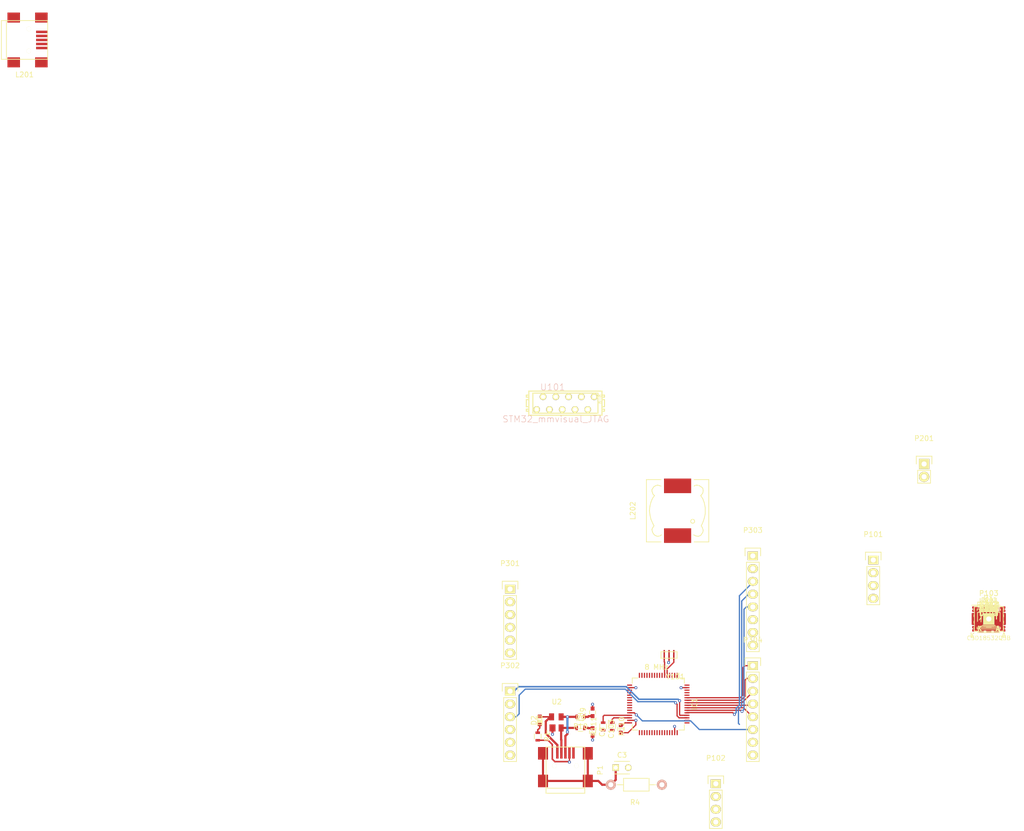
<source format=kicad_pcb>
(kicad_pcb (version 4) (host pcbnew "(2015-07-17 BZR 5957)-product")
  (layers (0 F.Cu signal) (31 B.Cu signal) (34 B.Paste user) (36 B.SilkS user) (37 F.SilkS user) (38 B.Mask user) (39 F.Mask user) (44 Edge.Cuts user))
  (net 0 "")
  (net 1 "Net-(C1-Pad1)")
  (net 2 GND)
  (net 3 "Net-(C3-Pad1)")
  (net 4 /U_Akku)
  (net 5 GNDA)
  (net 6 +3V3)
  (net 7 /U_USB)
  (net 8 /U_3,3V)
  (net 9 "Net-(C8-Pad1)")
  (net 10 "Net-(C9-Pad1)")
  (net 11 +BATT)
  (net 12 /analogIn)
  (net 13 "Net-(C112-Pad1)")
  (net 14 VAA)
  (net 15 GNDREF)
  (net 16 "Net-(C202-Pad2)")
  (net 17 "Net-(C203-Pad2)")
  (net 18 "Net-(C204-Pad2)")
  (net 19 "Net-(C205-Pad1)")
  (net 20 "Net-(C205-Pad2)")
  (net 21 "Net-(C208-Pad1)")
  (net 22 /Power/Vout)
  (net 23 Akku)
  (net 24 "Net-(C209-Pad2)")
  (net 25 "Net-(C211-Pad1)")
  (net 26 "Net-(C213-Pad1)")
  (net 27 "Net-(C213-Pad2)")
  (net 28 "Net-(C214-Pad1)")
  (net 29 "Net-(C215-Pad1)")
  (net 30 "Net-(C301-Pad1)")
  (net 31 +5V)
  (net 32 "Net-(D2-Pad1)")
  (net 33 /LED_1)
  (net 34 "Net-(D101-Pad1)")
  (net 35 /LED_2)
  (net 36 "Net-(D102-Pad1)")
  (net 37 /LED_3)
  (net 38 "Net-(D103-Pad1)")
  (net 39 /LED_0)
  (net 40 "Net-(D104-Pad1)")
  (net 41 "Net-(IC1-Pad3)")
  (net 42 "Net-(IC1-Pad4)")
  (net 43 "Net-(IC1-Pad5)")
  (net 44 "Net-(IC1-Pad6)")
  (net 45 "/320x240 LCD Module/Reset")
  (net 46 /TXPower)
  (net 47 /PTT)
  (net 48 /uart2tx)
  (net 49 /uart2rx)
  (net 50 /DAC1)
  (net 51 "/320x240 LCD Module/SD_ON")
  (net 52 "/320x240 LCD Module/D0")
  (net 53 "/320x240 LCD Module/D1")
  (net 54 "/320x240 LCD Module/D2")
  (net 55 /GPS_RX)
  (net 56 /GPS_TX)
  (net 57 "/320x240 LCD Module/CS")
  (net 58 "/320x240 LCD Module/SD_MISO")
  (net 59 "/320x240 LCD Module/WR")
  (net 60 "/320x240 LCD Module/Rst")
  (net 61 /uart1tx)
  (net 62 /uart1rx)
  (net 63 /SwDio)
  (net 64 /SwClk)
  (net 65 "/320x240 LCD Module/RS")
  (net 66 "/320x240 LCD Module/RD")
  (net 67 "/320x240 LCD Module/SD_SCK")
  (net 68 "/320x240 LCD Module/SD_MOSI")
  (net 69 "/320x240 LCD Module/D3")
  (net 70 "/320x240 LCD Module/D4")
  (net 71 "/320x240 LCD Module/D5")
  (net 72 "/320x240 LCD Module/D6")
  (net 73 "/320x240 LCD Module/D7")
  (net 74 "Net-(IC1-Pad60)")
  (net 75 /I2C1_SCL)
  (net 76 /I2C1_SDA)
  (net 77 "Net-(L201-Pad2)")
  (net 78 "Net-(P1-Pad2)")
  (net 79 "Net-(P1-Pad3)")
  (net 80 "Net-(P102-Pad2)")
  (net 81 "Net-(P102-Pad3)")
  (net 82 "/320x240 LCD Module/SD_CS")
  (net 83 "Net-(Q301-Pad1)")
  (net 84 "Net-(R203-Pad2)")
  (net 85 "Net-(R205-Pad2)")
  (net 86 "Net-(R206-Pad1)")
  (net 87 "Net-(R209-Pad2)")
  (net 88 "Net-(R212-Pad1)")
  (net 89 "Net-(R213-Pad1)")
  (module Capacitors_SMD:C_0805 (layer F.Cu) (at 191.6811 115.1636)
    (fp_text reference C1 (at 0 -2.1) (layer F.SilkS))
    (fp_text value 22u)
    (pad 1 smd rect (at -1 0) (size 1 1.25) (layers F.Cu F.Mask) (net 1 "Net-(C1-Pad1)"))
    (pad 2 smd rect (at 1 0) (size 1 1.25) (layers F.Cu F.Mask) (net 2 GND))
  )
  (module Capacitors_SMD:C_0603 (layer F.Cu) (at 191.6811 115.1636)
    (fp_text reference C2 (at 0 -1.9) (layer F.SilkS))
    (fp_text value 100n)
    (pad 1 smd rect (at -0.75 0) (size 0.8 0.75) (layers F.Cu F.Mask) (net 2 GND))
    (pad 2 smd rect (at 0.75 0) (size 0.8 0.75) (layers F.Cu F.Mask) (net 1 "Net-(C1-Pad1)"))
  )
  (module Capacitors_ThroughHole:C_Disc_D3_P2.5 (layer F.Cu) (at 117.52 144.74)
    (fp_text reference C3 (at 1.25 -2.5) (layer F.SilkS))
    (fp_text value 10n)
    (pad 1 thru_hole rect (at 0 0) (size 1.3 1.3) (drill 0.8) (layers *.Cu *.Mask F.SilkS) (net 3 "Net-(C3-Pad1)"))
    (pad 2 thru_hole circle (at 2.5 0) (size 1.3 1.3) (drill 0.8001) (layers *.Cu *.Mask F.SilkS) (net 2 GND))
  )
  (module Capacitors_SMD:C_0603 (layer F.Cu) (at 191.6811 115.1636)
    (fp_text reference C4 (at 0 -1.9) (layer F.SilkS))
    (fp_text value 100n)
    (pad 1 smd rect (at -0.75 0) (size 0.8 0.75) (layers F.Cu F.Mask) (net 4 /U_Akku))
    (pad 2 smd rect (at 0.75 0) (size 0.8 0.75) (layers F.Cu F.Mask) (net 5 GNDA))
  )
  (module Capacitors_SMD:C_0603 (layer F.Cu) (at 191.6811 115.1636)
    (fp_text reference C5 (at 0 -1.9) (layer F.SilkS))
    (fp_text value 100n)
    (pad 1 smd rect (at -0.75 0) (size 0.8 0.75) (layers F.Cu F.Mask) (net 6 +3V3))
    (pad 2 smd rect (at 0.75 0) (size 0.8 0.75) (layers F.Cu F.Mask) (net 2 GND))
  )
  (module Capacitors_SMD:C_0603 (layer F.Cu) (at 191.6811 115.1636)
    (fp_text reference C6 (at 0 -1.9) (layer F.SilkS))
    (fp_text value 100n)
    (pad 1 smd rect (at -0.75 0) (size 0.8 0.75) (layers F.Cu F.Mask) (net 7 /U_USB))
    (pad 2 smd rect (at 0.75 0) (size 0.8 0.75) (layers F.Cu F.Mask) (net 5 GNDA))
  )
  (module Capacitors_SMD:C_0603 (layer F.Cu) (at 191.6811 115.1636)
    (fp_text reference C7 (at 0 -1.9) (layer F.SilkS))
    (fp_text value 100n)
    (pad 1 smd rect (at -0.75 0) (size 0.8 0.75) (layers F.Cu F.Mask) (net 8 /U_3,3V))
    (pad 2 smd rect (at 0.75 0) (size 0.8 0.75) (layers F.Cu F.Mask) (net 5 GNDA))
  )
  (module Capacitors_SMD:C_0603 (layer F.Cu) (at 112.92 137.64 270)
    (fp_text reference C8 (at 0 -1.9 270) (layer F.SilkS))
    (fp_text value 47p)
    (pad 1 smd rect (at -0.75 0 270) (size 0.8 0.75) (layers F.Cu F.Mask) (net 9 "Net-(C8-Pad1)"))
    (pad 2 smd rect (at 0.75 0 270) (size 0.8 0.75) (layers F.Cu F.Mask) (net 2 GND))
  )
  (module Capacitors_SMD:C_0603 (layer F.Cu) (at 112.92 133.74 90)
    (fp_text reference C9 (at 0 -1.9 90) (layer F.SilkS))
    (fp_text value 47p)
    (pad 1 smd rect (at -0.75 0 90) (size 0.8 0.75) (layers F.Cu F.Mask) (net 10 "Net-(C9-Pad1)"))
    (pad 2 smd rect (at 0.75 0 90) (size 0.8 0.75) (layers F.Cu F.Mask) (net 2 GND))
  )
  (module Capacitors_SMD:C_0805 (layer F.Cu) (at 191.6811 115.1636)
    (fp_text reference C101 (at 0 -2.1) (layer F.SilkS))
    (fp_text value 22u)
    (pad 1 smd rect (at -1 0) (size 1 1.25) (layers F.Cu F.Mask) (net 11 +BATT))
    (pad 2 smd rect (at 1 0) (size 1 1.25) (layers F.Cu F.Mask) (net 2 GND))
  )
  (module Capacitors_SMD:C_0603 (layer F.Cu) (at 191.6811 115.1636)
    (fp_text reference C102 (at 0 -1.9) (layer F.SilkS))
    (fp_text value 100n)
    (pad 1 smd rect (at -0.75 0) (size 0.8 0.75) (layers F.Cu F.Mask) (net 11 +BATT))
    (pad 2 smd rect (at 0.75 0) (size 0.8 0.75) (layers F.Cu F.Mask) (net 2 GND))
  )
  (module Capacitors_SMD:C_0603 (layer F.Cu) (at 118.52 137.04 90)
    (fp_text reference C103 (at 0 -1.9 90) (layer F.SilkS))
    (fp_text value 100n)
    (pad 1 smd rect (at -0.75 0 90) (size 0.8 0.75) (layers F.Cu F.Mask) (net 2 GND))
    (pad 2 smd rect (at 0.75 0 90) (size 0.8 0.75) (layers F.Cu F.Mask) (net 6 +3V3))
  )
  (module Capacitors_SMD:C_0603 (layer F.Cu) (at 191.6811 115.1636)
    (fp_text reference C104 (at 0 -1.9) (layer F.SilkS))
    (fp_text value 100n)
    (pad 1 smd rect (at -0.75 0) (size 0.8 0.75) (layers F.Cu F.Mask) (net 6 +3V3))
    (pad 2 smd rect (at 0.75 0) (size 0.8 0.75) (layers F.Cu F.Mask) (net 2 GND))
  )
  (module Capacitors_SMD:C_0603 (layer F.Cu) (at 191.6811 115.1636)
    (fp_text reference C105 (at 0 -1.9) (layer F.SilkS))
    (fp_text value 100n)
    (pad 1 smd rect (at -0.75 0) (size 0.8 0.75) (layers F.Cu F.Mask) (net 6 +3V3))
    (pad 2 smd rect (at 0.75 0) (size 0.8 0.75) (layers F.Cu F.Mask) (net 2 GND))
  )
  (module Capacitors_SMD:C_0805 (layer F.Cu) (at 191.6811 115.1636)
    (fp_text reference C106 (at 0 -2.1) (layer F.SilkS))
    (fp_text value 22u)
    (pad 1 smd rect (at -1 0) (size 1 1.25) (layers F.Cu F.Mask) (net 6 +3V3))
    (pad 2 smd rect (at 1 0) (size 1 1.25) (layers F.Cu F.Mask) (net 2 GND))
  )
  (module Capacitors_SMD:C_0603 (layer F.Cu) (at 191.6811 115.1636)
    (fp_text reference C107 (at 0 -1.9) (layer F.SilkS))
    (fp_text value 100n)
    (pad 1 smd rect (at -0.75 0) (size 0.8 0.75) (layers F.Cu F.Mask) (net 6 +3V3))
    (pad 2 smd rect (at 0.75 0) (size 0.8 0.75) (layers F.Cu F.Mask) (net 2 GND))
  )
  (module Capacitors_SMD:C_0805 (layer F.Cu) (at 191.6811 115.1636)
    (fp_text reference C108 (at 0 -2.1) (layer F.SilkS))
    (fp_text value 22u)
    (pad 1 smd rect (at -1 0) (size 1 1.25) (layers F.Cu F.Mask) (net 6 +3V3))
    (pad 2 smd rect (at 1 0) (size 1 1.25) (layers F.Cu F.Mask) (net 2 GND))
  )
  (module Resistors_SMD:R_0805 (layer F.Cu) (at 191.6811 115.1636)
    (fp_text reference C111 (at 0 -2.1) (layer F.SilkS))
    (fp_text value 10u)
    (pad 1 smd rect (at -0.95 0) (size 0.7 1.3) (layers F.Cu F.Mask))
    (pad 2 smd rect (at 0.95 0) (size 0.7 1.3) (layers F.Cu F.Mask) (net 12 /analogIn))
  )
  (module Capacitors_SMD:C_0603 (layer F.Cu) (at 191.6811 115.1636)
    (fp_text reference C112 (at 0 -1.9) (layer F.SilkS))
    (fp_text value 100n)
    (pad 1 smd rect (at -0.75 0) (size 0.8 0.75) (layers F.Cu F.Mask) (net 13 "Net-(C112-Pad1)"))
    (pad 2 smd rect (at 0.75 0) (size 0.8 0.75) (layers F.Cu F.Mask) (net 2 GND))
  )
  (module Capacitors_SMD:C_0603 (layer F.Cu) (at 191.6811 115.1636)
    (fp_text reference C201 (at 0 -1.9) (layer F.SilkS))
    (fp_text value 100n)
    (pad 1 smd rect (at -0.75 0) (size 0.8 0.75) (layers F.Cu F.Mask) (net 14 VAA))
    (pad 2 smd rect (at 0.75 0) (size 0.8 0.75) (layers F.Cu F.Mask) (net 2 GND))
  )
  (module Capacitors_SMD:C_0603 (layer F.Cu) (at 191.6811 115.1636)
    (fp_text reference C202 (at 0 -1.9) (layer F.SilkS))
    (fp_text value 470p)
    (pad 1 smd rect (at -0.75 0) (size 0.8 0.75) (layers F.Cu F.Mask) (net 15 GNDREF))
    (pad 2 smd rect (at 0.75 0) (size 0.8 0.75) (layers F.Cu F.Mask) (net 16 "Net-(C202-Pad2)"))
  )
  (module Capacitors_SMD:C_0603 (layer F.Cu) (at 191.6811 115.1636)
    (fp_text reference C203 (at 0 -1.9) (layer F.SilkS))
    (fp_text value 100n)
    (pad 1 smd rect (at -0.75 0) (size 0.8 0.75) (layers F.Cu F.Mask) (net 15 GNDREF))
    (pad 2 smd rect (at 0.75 0) (size 0.8 0.75) (layers F.Cu F.Mask) (net 17 "Net-(C203-Pad2)"))
  )
  (module Capacitors_SMD:C_0603 (layer F.Cu) (at 191.6811 115.1636)
    (fp_text reference C204 (at 0 -1.9) (layer F.SilkS))
    (fp_text value 12n)
    (pad 1 smd rect (at -0.75 0) (size 0.8 0.75) (layers F.Cu F.Mask) (net 15 GNDREF))
    (pad 2 smd rect (at 0.75 0) (size 0.8 0.75) (layers F.Cu F.Mask) (net 18 "Net-(C204-Pad2)"))
  )
  (module Capacitors_SMD:C_0603 (layer F.Cu) (at 191.6811 115.1636)
    (fp_text reference C205 (at 0 -1.9) (layer F.SilkS))
    (fp_text value 4,7n)
    (pad 1 smd rect (at -0.75 0) (size 0.8 0.75) (layers F.Cu F.Mask) (net 19 "Net-(C205-Pad1)"))
    (pad 2 smd rect (at 0.75 0) (size 0.8 0.75) (layers F.Cu F.Mask) (net 20 "Net-(C205-Pad2)"))
  )
  (module Capacitors_SMD:C_0805 (layer F.Cu) (at 191.6811 115.1636)
    (fp_text reference C206 (at 0 -2.1) (layer F.SilkS))
    (fp_text value 22u)
    (pad 1 smd rect (at -1 0) (size 1 1.25) (layers F.Cu F.Mask) (net 14 VAA))
    (pad 2 smd rect (at 1 0) (size 1 1.25) (layers F.Cu F.Mask) (net 2 GND))
  )
  (module Capacitors_SMD:C_0603 (layer F.Cu) (at 191.6811 115.1636)
    (fp_text reference C207 (at 0 -1.9) (layer F.SilkS))
    (fp_text value 120p)
    (pad 1 smd rect (at -0.75 0) (size 0.8 0.75) (layers F.Cu F.Mask) (net 20 "Net-(C205-Pad2)"))
    (pad 2 smd rect (at 0.75 0) (size 0.8 0.75) (layers F.Cu F.Mask) (net 20 "Net-(C205-Pad2)"))
  )
  (module Capacitors_SMD:C_0603 (layer F.Cu) (at 191.6811 115.1636)
    (fp_text reference C208 (at 0 -1.9) (layer F.SilkS))
    (fp_text value 3,3n)
    (pad 1 smd rect (at -0.75 0) (size 0.8 0.75) (layers F.Cu F.Mask) (net 21 "Net-(C208-Pad1)"))
    (pad 2 smd rect (at 0.75 0) (size 0.8 0.75) (layers F.Cu F.Mask) (net 22 /Power/Vout))
  )
  (module Capacitors_SMD:C_0603 (layer F.Cu) (at 191.6811 115.1636)
    (fp_text reference C209 (at 0 -1.9) (layer F.SilkS))
    (fp_text value 100p)
    (pad 1 smd rect (at -0.75 0) (size 0.8 0.75) (layers F.Cu F.Mask) (net 23 Akku))
    (pad 2 smd rect (at 0.75 0) (size 0.8 0.75) (layers F.Cu F.Mask) (net 24 "Net-(C209-Pad2)"))
  )
  (module Capacitors_SMD:C_0603 (layer F.Cu) (at 191.6811 115.1636)
    (fp_text reference C210 (at 0 -1.9) (layer F.SilkS))
    (fp_text value 100n)
    (pad 1 smd rect (at -0.75 0) (size 0.8 0.75) (layers F.Cu F.Mask) (net 23 Akku))
    (pad 2 smd rect (at 0.75 0) (size 0.8 0.75) (layers F.Cu F.Mask) (net 15 GNDREF))
  )
  (module Capacitors_SMD:C_0805 (layer F.Cu) (at 191.6811 115.1636)
    (fp_text reference C211 (at 0 -2.1) (layer F.SilkS))
    (fp_text value 1u)
    (pad 1 smd rect (at -1 0) (size 1 1.25) (layers F.Cu F.Mask) (net 25 "Net-(C211-Pad1)"))
    (pad 2 smd rect (at 1 0) (size 1 1.25) (layers F.Cu F.Mask) (net 15 GNDREF))
  )
  (module Capacitors_SMD:C_1812 (layer F.Cu) (at 191.6811 115.1636)
    (fp_text reference C212 (at 0 -3) (layer F.SilkS))
    (fp_text value 3,3u)
    (pad 1 smd rect (at -2.3 0) (size 1 3) (layers F.Cu F.Mask) (net 23 Akku))
    (pad 2 smd rect (at 2.3 0) (size 1 3) (layers F.Cu F.Mask) (net 15 GNDREF))
  )
  (module Capacitors_SMD:C_0603 (layer F.Cu) (at 191.6811 115.1636)
    (fp_text reference C213 (at 0 -1.9) (layer F.SilkS))
    (fp_text value 100n)
    (pad 1 smd rect (at -0.75 0) (size 0.8 0.75) (layers F.Cu F.Mask) (net 26 "Net-(C213-Pad1)"))
    (pad 2 smd rect (at 0.75 0) (size 0.8 0.75) (layers F.Cu F.Mask) (net 27 "Net-(C213-Pad2)"))
  )
  (module Capacitors_SMD:C_0603 (layer F.Cu) (at 191.6811 115.1636)
    (fp_text reference C214 (at 0 -1.9) (layer F.SilkS))
    (fp_text value 680p)
    (pad 1 smd rect (at -0.75 0) (size 0.8 0.75) (layers F.Cu F.Mask) (net 28 "Net-(C214-Pad1)"))
    (pad 2 smd rect (at 0.75 0) (size 0.8 0.75) (layers F.Cu F.Mask) (net 15 GNDREF))
  )
  (module Capacitors_SMD:C_0603 (layer F.Cu) (at 191.6811 115.1636)
    (fp_text reference C215 (at 0 -1.9) (layer F.SilkS))
    (fp_text value 2,2n)
    (pad 1 smd rect (at -0.75 0) (size 0.8 0.75) (layers F.Cu F.Mask) (net 29 "Net-(C215-Pad1)"))
    (pad 2 smd rect (at 0.75 0) (size 0.8 0.75) (layers F.Cu F.Mask) (net 15 GNDREF))
  )
  (module Capacitors_SMD:C_0805 (layer F.Cu) (at 191.6811 115.1636)
    (fp_text reference C216 (at 0 -2.1) (layer F.SilkS))
    (fp_text value 1u)
    (pad 1 smd rect (at -1 0) (size 1 1.25) (layers F.Cu F.Mask) (net 6 +3V3))
    (pad 2 smd rect (at 1 0) (size 1 1.25) (layers F.Cu F.Mask) (net 15 GNDREF))
  )
  (module Capacitors_SMD:C_1210 (layer F.Cu) (at 191.6811 115.1636)
    (fp_text reference C217 (at 0 -2.7) (layer F.SilkS))
    (fp_text value 22u)
    (pad 1 smd rect (at -1.5 0) (size 1 2.5) (layers F.Cu F.Mask) (net 6 +3V3))
    (pad 2 smd rect (at 1.5 0) (size 1 2.5) (layers F.Cu F.Mask) (net 15 GNDREF))
  )
  (module Capacitors_SMD:C_0603 (layer F.Cu) (at 191.6811 115.1636)
    (fp_text reference C301 (at 0 -1.9) (layer F.SilkS))
    (fp_text value 100n)
    (pad 1 smd rect (at -0.75 0) (size 0.8 0.75) (layers F.Cu F.Mask) (net 30 "Net-(C301-Pad1)"))
    (pad 2 smd rect (at 0.75 0) (size 0.8 0.75) (layers F.Cu F.Mask) (net 2 GND))
  )
  (module Diodes_SMD:Diode-SMB_Standard (layer F.Cu) (at 191.6811 115.1636)
    (fp_text reference D1 (at 0.05 -3.1) (layer F.SilkS))
    (fp_text value STPS340U)
    (fp_text user K (at -3.25 3.3) (layer F.SilkS))
    (fp_text user A (at 3 3.2) (layer F.SilkS))
    (pad 1 smd rect (at -2.14884 0) (size 2.49936 2.30124) (layers F.Cu F.Mask) (net 1 "Net-(C1-Pad1)"))
    (pad 2 smd rect (at 2.14884 0) (size 2.49936 2.30124) (layers F.Cu F.Mask))
  )
  (module LEDs:LED-0603 (layer F.Cu) (at 102.42 135.34 90)
    (fp_text reference D2 (at 0 -1.15 90) (layer F.SilkS))
    (fp_text value LED)
    (pad 2 smd rect (at 0.7493 0 270) (size 0.79756 0.79756) (layers F.Cu F.Mask) (net 31 +5V))
    (pad 1 smd rect (at -0.7493 0 270) (size 0.79756 0.79756) (layers F.Cu F.Mask) (net 32 "Net-(D2-Pad1)"))
  )
  (module Diodes_SMD:Diode-MiniMELF_Standard (layer F.Cu) (at 191.6811 115.1636)
    (fp_text reference D3 (at 0 -1.95) (layer F.SilkS))
    (fp_text value 1n4148)
    (fp_text user K (at -1.8 1.95) (layer F.SilkS))
    (fp_text user A (at 1.8 1.95) (layer F.SilkS))
    (pad 1 smd rect (at -1.75006 0) (size 1.30048 1.69926) (layers F.Cu F.Mask) (net 1 "Net-(C1-Pad1)"))
    (pad 2 smd rect (at 1.75006 0) (size 1.30048 1.69926) (layers F.Cu F.Mask) (net 6 +3V3))
  )
  (module Diodes_SMD:Diode-MiniMELF_Standard (layer F.Cu) (at 191.6811 115.1636)
    (fp_text reference D4 (at 0 -1.95) (layer F.SilkS))
    (fp_text value 3,6V)
    (fp_text user K (at -1.8 1.95) (layer F.SilkS))
    (fp_text user A (at 1.8 1.95) (layer F.SilkS))
    (pad 1 smd rect (at -1.75006 0) (size 1.30048 1.69926) (layers F.Cu F.Mask) (net 7 /U_USB))
    (pad 2 smd rect (at 1.75006 0) (size 1.30048 1.69926) (layers F.Cu F.Mask) (net 5 GNDA))
  )
  (module LEDs:LED-0603 (layer F.Cu) (at 191.6811 115.1636)
    (fp_text reference D101 (at 0 -1.15) (layer F.SilkS))
    (fp_text value grün_on_air)
    (pad 2 smd rect (at 0.7493 0 180) (size 0.79756 0.79756) (layers F.Cu F.Mask) (net 33 /LED_1))
    (pad 1 smd rect (at -0.7493 0 180) (size 0.79756 0.79756) (layers F.Cu F.Mask) (net 34 "Net-(D101-Pad1)"))
  )
  (module LEDs:LED-0603 (layer F.Cu) (at 191.6811 115.1636)
    (fp_text reference D102 (at 0 -1.15) (layer F.SilkS))
    (fp_text value orange_txprw_high)
    (pad 2 smd rect (at 0.7493 0 180) (size 0.79756 0.79756) (layers F.Cu F.Mask) (net 35 /LED_2))
    (pad 1 smd rect (at -0.7493 0 180) (size 0.79756 0.79756) (layers F.Cu F.Mask) (net 36 "Net-(D102-Pad1)"))
  )
  (module LEDs:LED-0603 (layer F.Cu) (at 191.6811 115.1636)
    (fp_text reference D103 (at 0 -1.15) (layer F.SilkS))
    (fp_text value rot_logging_on)
    (pad 2 smd rect (at 0.7493 0 180) (size 0.79756 0.79756) (layers F.Cu F.Mask) (net 37 /LED_3))
    (pad 1 smd rect (at -0.7493 0 180) (size 0.79756 0.79756) (layers F.Cu F.Mask) (net 38 "Net-(D103-Pad1)"))
  )
  (module LEDs:LED-0603 (layer F.Cu) (at 191.6811 115.1636)
    (fp_text reference D104 (at 0 -1.15) (layer F.SilkS))
    (fp_text value grün_gps_lock)
    (pad 2 smd rect (at 0.7493 0 180) (size 0.79756 0.79756) (layers F.Cu F.Mask) (net 39 /LED_0))
    (pad 1 smd rect (at -0.7493 0 180) (size 0.79756 0.79756) (layers F.Cu F.Mask) (net 40 "Net-(D104-Pad1)"))
  )
  (module Capacitors_SMD:C_1206 (layer F.Cu) (at 191.6811 115.1636)
    (fp_text reference D201 (at 0 -2.3) (layer F.SilkS))
    (fp_text value VC120630D650RP)
    (pad 1 smd rect (at -1.5 0) (size 1 1.6) (layers F.Cu F.Mask) (net 23 Akku))
    (pad 2 smd rect (at 1.5 0) (size 1 1.6) (layers F.Cu F.Mask) (net 15 GNDREF))
  )
  (module Diodes_SMD:Diode-MiniMELF_Standard (layer F.Cu) (at 191.6811 115.1636)
    (fp_text reference D202 (at 0 -1.95) (layer F.SilkS))
    (fp_text value 1N4148)
    (fp_text user K (at -1.8 1.95) (layer F.SilkS))
    (fp_text user A (at 1.8 1.95) (layer F.SilkS))
    (pad 1 smd rect (at -1.75006 0) (size 1.30048 1.69926) (layers F.Cu F.Mask) (net 16 "Net-(C202-Pad2)"))
    (pad 2 smd rect (at 1.75006 0) (size 1.30048 1.69926) (layers F.Cu F.Mask) (net 28 "Net-(C214-Pad1)"))
  )
  (module Housings_QFP:LQFP-64_10x10mm_Pitch0.5mm (layer F.Cu) (at 125.984 132.08 270)
    (fp_text reference IC1 (at 0 -7.2 270) (layer F.SilkS))
    (fp_text value STM32F103x)
    (pad 1 smd rect (at -5.7 -3.75 270) (size 1 0.25) (layers F.Cu F.Mask) (net 11 +BATT))
    (pad 2 smd rect (at -5.7 -3.25 270) (size 1 0.25) (layers F.Cu F.Mask))
    (pad 3 smd rect (at -5.7 -2.75 270) (size 1 0.25) (layers F.Cu F.Mask) (net 41 "Net-(IC1-Pad3)"))
    (pad 4 smd rect (at -5.7 -2.25 270) (size 1 0.25) (layers F.Cu F.Mask) (net 42 "Net-(IC1-Pad4)"))
    (pad 5 smd rect (at -5.7 -1.75 270) (size 1 0.25) (layers F.Cu F.Mask) (net 43 "Net-(IC1-Pad5)"))
    (pad 6 smd rect (at -5.7 -1.25 270) (size 1 0.25) (layers F.Cu F.Mask) (net 44 "Net-(IC1-Pad6)"))
    (pad 7 smd rect (at -5.7 -0.75 270) (size 1 0.25) (layers F.Cu F.Mask) (net 45 "/320x240 LCD Module/Reset"))
    (pad 8 smd rect (at -5.7 -0.25 270) (size 1 0.25) (layers F.Cu F.Mask) (net 46 /TXPower))
    (pad 9 smd rect (at -5.7 0.25 270) (size 1 0.25) (layers F.Cu F.Mask))
    (pad 10 smd rect (at -5.7 0.75 270) (size 1 0.25) (layers F.Cu F.Mask) (net 4 /U_Akku))
    (pad 11 smd rect (at -5.7 1.25 270) (size 1 0.25) (layers F.Cu F.Mask) (net 7 /U_USB))
    (pad 12 smd rect (at -5.7 1.75 270) (size 1 0.25) (layers F.Cu F.Mask) (net 5 GNDA))
    (pad 13 smd rect (at -5.7 2.25 270) (size 1 0.25) (layers F.Cu F.Mask) (net 14 VAA))
    (pad 14 smd rect (at -5.7 2.75 270) (size 1 0.25) (layers F.Cu F.Mask) (net 47 /PTT))
    (pad 15 smd rect (at -5.7 3.25 270) (size 1 0.25) (layers F.Cu F.Mask) (net 12 /analogIn))
    (pad 16 smd rect (at -5.7 3.75 270) (size 1 0.25) (layers F.Cu F.Mask) (net 48 /uart2tx))
    (pad 17 smd rect (at -3.75 5.7) (size 1 0.25) (layers F.Cu F.Mask) (net 49 /uart2rx))
    (pad 18 smd rect (at -3.25 5.7) (size 1 0.25) (layers F.Cu F.Mask) (net 2 GND))
    (pad 19 smd rect (at -2.75 5.7) (size 1 0.25) (layers F.Cu F.Mask) (net 6 +3V3))
    (pad 20 smd rect (at -2.25 5.7) (size 1 0.25) (layers F.Cu F.Mask) (net 50 /DAC1))
    (pad 21 smd rect (at -1.75 5.7) (size 1 0.25) (layers F.Cu F.Mask))
    (pad 22 smd rect (at -1.25 5.7) (size 1 0.25) (layers F.Cu F.Mask))
    (pad 23 smd rect (at -0.75 5.7) (size 1 0.25) (layers F.Cu F.Mask))
    (pad 24 smd rect (at -0.25 5.7) (size 1 0.25) (layers F.Cu F.Mask) (net 8 /U_3,3V))
    (pad 25 smd rect (at 0.25 5.7) (size 1 0.25) (layers F.Cu F.Mask) (net 51 "/320x240 LCD Module/SD_ON"))
    (pad 26 smd rect (at 0.75 5.7) (size 1 0.25) (layers F.Cu F.Mask) (net 52 "/320x240 LCD Module/D0"))
    (pad 27 smd rect (at 1.25 5.7) (size 1 0.25) (layers F.Cu F.Mask) (net 53 "/320x240 LCD Module/D1"))
    (pad 28 smd rect (at 1.75 5.7) (size 1 0.25) (layers F.Cu F.Mask) (net 54 "/320x240 LCD Module/D2"))
    (pad 29 smd rect (at 2.25 5.7) (size 1 0.25) (layers F.Cu F.Mask) (net 55 /GPS_RX))
    (pad 30 smd rect (at 2.75 5.7) (size 1 0.25) (layers F.Cu F.Mask) (net 56 /GPS_TX))
    (pad 31 smd rect (at 3.25 5.7) (size 1 0.25) (layers F.Cu F.Mask) (net 2 GND))
    (pad 32 smd rect (at 3.75 5.7) (size 1 0.25) (layers F.Cu F.Mask) (net 6 +3V3))
    (pad 33 smd rect (at 5.7 3.75 270) (size 1 0.25) (layers F.Cu F.Mask) (net 39 /LED_0))
    (pad 34 smd rect (at 5.7 3.25 270) (size 1 0.25) (layers F.Cu F.Mask) (net 33 /LED_1))
    (pad 35 smd rect (at 5.7 2.75 270) (size 1 0.25) (layers F.Cu F.Mask) (net 35 /LED_2))
    (pad 36 smd rect (at 5.7 2.25 270) (size 1 0.25) (layers F.Cu F.Mask) (net 37 /LED_3))
    (pad 37 smd rect (at 5.7 1.75 270) (size 1 0.25) (layers F.Cu F.Mask))
    (pad 38 smd rect (at 5.7 1.25 270) (size 1 0.25) (layers F.Cu F.Mask) (net 57 "/320x240 LCD Module/CS"))
    (pad 39 smd rect (at 5.7 0.75 270) (size 1 0.25) (layers F.Cu F.Mask) (net 58 "/320x240 LCD Module/SD_MISO"))
    (pad 40 smd rect (at 5.7 0.25 270) (size 1 0.25) (layers F.Cu F.Mask) (net 59 "/320x240 LCD Module/WR"))
    (pad 41 smd rect (at 5.7 -0.25 270) (size 1 0.25) (layers F.Cu F.Mask) (net 60 "/320x240 LCD Module/Rst"))
    (pad 42 smd rect (at 5.7 -0.75 270) (size 1 0.25) (layers F.Cu F.Mask) (net 61 /uart1tx))
    (pad 43 smd rect (at 5.7 -1.25 270) (size 1 0.25) (layers F.Cu F.Mask) (net 62 /uart1rx))
    (pad 44 smd rect (at 5.7 -1.75 270) (size 1 0.25) (layers F.Cu F.Mask) (net 9 "Net-(C8-Pad1)"))
    (pad 45 smd rect (at 5.7 -2.25 270) (size 1 0.25) (layers F.Cu F.Mask) (net 10 "Net-(C9-Pad1)"))
    (pad 46 smd rect (at 5.7 -2.75 270) (size 1 0.25) (layers F.Cu F.Mask) (net 63 /SwDio))
    (pad 47 smd rect (at 5.7 -3.25 270) (size 1 0.25) (layers F.Cu F.Mask) (net 2 GND))
    (pad 48 smd rect (at 5.7 -3.75 270) (size 1 0.25) (layers F.Cu F.Mask) (net 6 +3V3))
    (pad 49 smd rect (at 3.75 -5.7) (size 1 0.25) (layers F.Cu F.Mask) (net 64 /SwClk))
    (pad 50 smd rect (at 3.25 -5.7) (size 1 0.25) (layers F.Cu F.Mask))
    (pad 51 smd rect (at 2.75 -5.7) (size 1 0.25) (layers F.Cu F.Mask) (net 65 "/320x240 LCD Module/RS"))
    (pad 52 smd rect (at 2.25 -5.7) (size 1 0.25) (layers F.Cu F.Mask) (net 66 "/320x240 LCD Module/RD"))
    (pad 53 smd rect (at 1.75 -5.7) (size 1 0.25) (layers F.Cu F.Mask) (net 67 "/320x240 LCD Module/SD_SCK"))
    (pad 54 smd rect (at 1.25 -5.7) (size 1 0.25) (layers F.Cu F.Mask) (net 68 "/320x240 LCD Module/SD_MOSI"))
    (pad 55 smd rect (at 0.75 -5.7) (size 1 0.25) (layers F.Cu F.Mask) (net 69 "/320x240 LCD Module/D3"))
    (pad 56 smd rect (at 0.25 -5.7) (size 1 0.25) (layers F.Cu F.Mask) (net 70 "/320x240 LCD Module/D4"))
    (pad 57 smd rect (at -0.25 -5.7) (size 1 0.25) (layers F.Cu F.Mask) (net 71 "/320x240 LCD Module/D5"))
    (pad 58 smd rect (at -0.75 -5.7) (size 1 0.25) (layers F.Cu F.Mask) (net 72 "/320x240 LCD Module/D6"))
    (pad 59 smd rect (at -1.25 -5.7) (size 1 0.25) (layers F.Cu F.Mask) (net 73 "/320x240 LCD Module/D7"))
    (pad 60 smd rect (at -1.75 -5.7) (size 1 0.25) (layers F.Cu F.Mask) (net 74 "Net-(IC1-Pad60)"))
    (pad 61 smd rect (at -2.25 -5.7) (size 1 0.25) (layers F.Cu F.Mask) (net 75 /I2C1_SCL))
    (pad 62 smd rect (at -2.75 -5.7) (size 1 0.25) (layers F.Cu F.Mask) (net 76 /I2C1_SDA))
    (pad 63 smd rect (at -3.25 -5.7) (size 1 0.25) (layers F.Cu F.Mask) (net 2 GND))
    (pad 64 smd rect (at -3.75 -5.7) (size 1 0.25) (layers F.Cu F.Mask) (net 6 +3V3))
  )
  (module Choke_SMD:Choke_SMD_Wuerth-WE-PD-Typ-LS (layer F.Cu) (at 129.82 93.64 90)
    (fp_text reference L202 (at 0 -8.89 90) (layer F.SilkS))
    (fp_text value 22uH)
    (pad 1 smd rect (at -4.95046 0 90) (size 2.90068 5.40004) (layers F.Cu F.Mask) (net 27 "Net-(C213-Pad2)"))
    (pad 2 smd rect (at 4.95046 0 90) (size 2.90068 5.40004) (layers F.Cu F.Mask) (net 6 +3V3))
  )
  (module Connect:USB_Mini-B (layer F.Cu) (at 107.52 145.24 90)
    (fp_text reference P1 (at 0 6.90118 90) (layer F.SilkS))
    (fp_text value USB_B)
    (pad 1 smd rect (at 3.44932 -1.6002 90) (size 2.30124 0.50038) (layers F.Cu F.Mask) (net 31 +5V))
    (pad 2 smd rect (at 3.44932 -0.8001 90) (size 2.30124 0.50038) (layers F.Cu F.Mask) (net 78 "Net-(P1-Pad2)"))
    (pad 3 smd rect (at 3.44932 0 90) (size 2.30124 0.50038) (layers F.Cu F.Mask) (net 79 "Net-(P1-Pad3)"))
    (pad 4 smd rect (at 3.44932 0.8001 90) (size 2.30124 0.50038) (layers F.Cu F.Mask) (net 2 GND))
    (pad 6 smd rect (at 3.44932 1.6002 90) (size 2.30124 0.50038) (layers F.Cu F.Mask))
    (pad 5 smd rect (at 3.35026 -4.45008 90) (size 2.49936 1.99898) (layers F.Cu F.Mask) (net 3 "Net-(C3-Pad1)"))
    (pad 5 smd rect (at -2.14884 -4.45008 90) (size 2.49936 1.99898) (layers F.Cu F.Mask) (net 3 "Net-(C3-Pad1)"))
    (pad 5 smd rect (at 3.35026 4.45008 90) (size 2.49936 1.99898) (layers F.Cu F.Mask) (net 3 "Net-(C3-Pad1)"))
    (pad 5 smd rect (at -2.14884 4.45008 90) (size 2.49936 1.99898) (layers F.Cu F.Mask) (net 3 "Net-(C3-Pad1)"))
    (pad "" np_thru_hole circle (at 0.8509 -2.19964 90) (size 0.89916 0.89916) (drill 0.89916) (layers *.Cu *.Mask F.SilkS))
    (pad "" np_thru_hole circle (at 0.8509 2.19964 90) (size 0.89916 0.89916) (drill 0.89916) (layers *.Cu *.Mask F.SilkS))
  )
  (module Pin_Headers:Pin_Header_Straight_1x04 (layer F.Cu) (at 168.72 103.44)
    (fp_text reference P101 (at 0 -5.1) (layer F.SilkS))
    (fp_text value CONN_01X04)
    (pad 1 thru_hole rect (at 0 0) (size 2.032 1.7272) (drill 1.016) (layers *.Cu *.Mask F.SilkS) (net 6 +3V3))
    (pad 2 thru_hole oval (at 0 2.54) (size 2.032 1.7272) (drill 1.016) (layers *.Cu *.Mask F.SilkS) (net 76 /I2C1_SDA))
    (pad 3 thru_hole oval (at 0 5.08) (size 2.032 1.7272) (drill 1.016) (layers *.Cu *.Mask F.SilkS) (net 75 /I2C1_SCL))
    (pad 4 thru_hole oval (at 0 7.62) (size 2.032 1.7272) (drill 1.016) (layers *.Cu *.Mask F.SilkS) (net 2 GND))
  )
  (module Pin_Headers:Pin_Header_Straight_1x04 (layer F.Cu) (at 137.42 147.94)
    (fp_text reference P102 (at 0 -5.1) (layer F.SilkS))
    (fp_text value CONN_01X04)
    (pad 1 thru_hole rect (at 0 0) (size 2.032 1.7272) (drill 1.016) (layers *.Cu *.Mask F.SilkS) (net 6 +3V3))
    (pad 2 thru_hole oval (at 0 2.54) (size 2.032 1.7272) (drill 1.016) (layers *.Cu *.Mask F.SilkS) (net 80 "Net-(P102-Pad2)"))
    (pad 3 thru_hole oval (at 0 5.08) (size 2.032 1.7272) (drill 1.016) (layers *.Cu *.Mask F.SilkS) (net 81 "Net-(P102-Pad3)"))
    (pad 4 thru_hole oval (at 0 7.62) (size 2.032 1.7272) (drill 1.016) (layers *.Cu *.Mask F.SilkS) (net 2 GND))
  )
  (module Pin_Headers:Pin_Header_Straight_1x01 (layer F.Cu) (at 191.6811 115.1636)
    (fp_text reference P103 (at 0 -5.1) (layer F.SilkS))
    (fp_text value CONN_01X01)
    (pad 1 thru_hole rect (at 0 0) (size 2.2352 2.2352) (drill 1.016) (layers *.Cu *.Mask F.SilkS))
  )
  (module Pin_Headers:Pin_Header_Straight_1x02 (layer F.Cu) (at 178.82 84.34)
    (fp_text reference P201 (at 0 -5.1) (layer F.SilkS))
    (fp_text value CONN_01X02)
    (pad 1 thru_hole rect (at 0 0) (size 2.032 2.032) (drill 1.016) (layers *.Cu *.Mask F.SilkS))
    (pad 2 thru_hole oval (at 0 2.54) (size 2.032 2.032) (drill 1.016) (layers *.Cu *.Mask F.SilkS) (net 15 GNDREF))
  )
  (module Pin_Headers:Pin_Header_Straight_1x06 (layer F.Cu) (at 96.52 109.22)
    (fp_text reference P301 (at 0 -5.1) (layer F.SilkS))
    (fp_text value CONN_01X06)
    (pad 1 thru_hole rect (at 0 0) (size 2.032 1.7272) (drill 1.016) (layers *.Cu *.Mask F.SilkS) (net 45 "/320x240 LCD Module/Reset"))
    (pad 2 thru_hole oval (at 0 2.54) (size 2.032 1.7272) (drill 1.016) (layers *.Cu *.Mask F.SilkS) (net 6 +3V3))
    (pad 3 thru_hole oval (at 0 5.08) (size 2.032 1.7272) (drill 1.016) (layers *.Cu *.Mask F.SilkS) (net 30 "Net-(C301-Pad1)"))
    (pad 4 thru_hole oval (at 0 7.62) (size 2.032 1.7272) (drill 1.016) (layers *.Cu *.Mask F.SilkS) (net 2 GND))
    (pad 5 thru_hole oval (at 0 10.16) (size 2.032 1.7272) (drill 1.016) (layers *.Cu *.Mask F.SilkS) (net 2 GND))
    (pad 6 thru_hole oval (at 0 12.7) (size 2.032 1.7272) (drill 1.016) (layers *.Cu *.Mask F.SilkS) (net 6 +3V3))
  )
  (module Pin_Headers:Pin_Header_Straight_1x06 (layer F.Cu) (at 96.52 129.54)
    (fp_text reference P302 (at 0 -5.1) (layer F.SilkS))
    (fp_text value CONN_01X06)
    (pad 1 thru_hole rect (at 0 0) (size 2.032 1.7272) (drill 1.016) (layers *.Cu *.Mask F.SilkS) (net 66 "/320x240 LCD Module/RD"))
    (pad 2 thru_hole oval (at 0 2.54) (size 2.032 1.7272) (drill 1.016) (layers *.Cu *.Mask F.SilkS) (net 59 "/320x240 LCD Module/WR"))
    (pad 3 thru_hole oval (at 0 5.08) (size 2.032 1.7272) (drill 1.016) (layers *.Cu *.Mask F.SilkS) (net 65 "/320x240 LCD Module/RS"))
    (pad 4 thru_hole oval (at 0 7.62) (size 2.032 1.7272) (drill 1.016) (layers *.Cu *.Mask F.SilkS) (net 57 "/320x240 LCD Module/CS"))
    (pad 5 thru_hole oval (at 0 10.16) (size 2.032 1.7272) (drill 1.016) (layers *.Cu *.Mask F.SilkS) (net 60 "/320x240 LCD Module/Rst"))
    (pad 6 thru_hole oval (at 0 12.7) (size 2.032 1.7272) (drill 1.016) (layers *.Cu *.Mask F.SilkS))
  )
  (module Pin_Headers:Pin_Header_Straight_1x08 (layer F.Cu) (at 144.78 102.616)
    (fp_text reference P303 (at 0 -5.1) (layer F.SilkS))
    (fp_text value CONN_01X08)
    (pad 1 thru_hole rect (at 0 0) (size 2.032 1.7272) (drill 1.016) (layers *.Cu *.Mask F.SilkS))
    (pad 2 thru_hole oval (at 0 2.54) (size 2.032 1.7272) (drill 1.016) (layers *.Cu *.Mask F.SilkS))
    (pad 3 thru_hole oval (at 0 5.08) (size 2.032 1.7272) (drill 1.016) (layers *.Cu *.Mask F.SilkS) (net 67 "/320x240 LCD Module/SD_SCK"))
    (pad 4 thru_hole oval (at 0 7.62) (size 2.032 1.7272) (drill 1.016) (layers *.Cu *.Mask F.SilkS) (net 58 "/320x240 LCD Module/SD_MISO"))
    (pad 5 thru_hole oval (at 0 10.16) (size 2.032 1.7272) (drill 1.016) (layers *.Cu *.Mask F.SilkS) (net 68 "/320x240 LCD Module/SD_MOSI"))
    (pad 6 thru_hole oval (at 0 12.7) (size 2.032 1.7272) (drill 1.016) (layers *.Cu *.Mask F.SilkS) (net 82 "/320x240 LCD Module/SD_CS"))
    (pad 7 thru_hole oval (at 0 15.24) (size 2.032 1.7272) (drill 1.016) (layers *.Cu *.Mask F.SilkS) (net 53 "/320x240 LCD Module/D1"))
    (pad 8 thru_hole oval (at 0 17.78) (size 2.032 1.7272) (drill 1.016) (layers *.Cu *.Mask F.SilkS) (net 52 "/320x240 LCD Module/D0"))
  )
  (module Pin_Headers:Pin_Header_Straight_1x08 (layer F.Cu) (at 144.78 124.46)
    (fp_text reference P304 (at 0 -5.1) (layer F.SilkS))
    (fp_text value CONN_01X08)
    (pad 1 thru_hole rect (at 0 0) (size 2.032 1.7272) (drill 1.016) (layers *.Cu *.Mask F.SilkS) (net 73 "/320x240 LCD Module/D7"))
    (pad 2 thru_hole oval (at 0 2.54) (size 2.032 1.7272) (drill 1.016) (layers *.Cu *.Mask F.SilkS) (net 72 "/320x240 LCD Module/D6"))
    (pad 3 thru_hole oval (at 0 5.08) (size 2.032 1.7272) (drill 1.016) (layers *.Cu *.Mask F.SilkS) (net 71 "/320x240 LCD Module/D5"))
    (pad 4 thru_hole oval (at 0 7.62) (size 2.032 1.7272) (drill 1.016) (layers *.Cu *.Mask F.SilkS) (net 70 "/320x240 LCD Module/D4"))
    (pad 5 thru_hole oval (at 0 10.16) (size 2.032 1.7272) (drill 1.016) (layers *.Cu *.Mask F.SilkS) (net 69 "/320x240 LCD Module/D3"))
    (pad 6 thru_hole oval (at 0 12.7) (size 2.032 1.7272) (drill 1.016) (layers *.Cu *.Mask F.SilkS) (net 54 "/320x240 LCD Module/D2"))
    (pad 7 thru_hole oval (at 0 15.24) (size 2.032 1.7272) (drill 1.016) (layers *.Cu *.Mask F.SilkS))
    (pad 8 thru_hole oval (at 0 17.78) (size 2.032 1.7272) (drill 1.016) (layers *.Cu *.Mask F.SilkS))
  )
  (module PhilippsFootprints:SON5x6_FET (layer F.Cu) (at 191.6811 115.1636)
    (fp_text reference Q201 (at 0 -3.81) (layer F.SilkS) (effects (font (size 0.8128 0.8128) (thickness 0.0762))))
    (fp_text value CSD18532Q5B (at 0 3.81) (layer F.SilkS) (effects (font (size 0.8128 0.8128) (thickness 0.0762))))
    (pad S smd rect (at 2.625 1.905) (size 1 0.675) (layers F.Cu F.Mask))
    (pad S smd rect (at 2.625 0.635) (size 1 0.675) (layers F.Cu F.Mask))
    (pad S smd rect (at 2.625 -0.635) (size 1 0.675) (layers F.Cu F.Mask))
    (pad G smd rect (at 2.625 -1.905) (size 1 0.675) (layers F.Cu F.Mask))
    (pad D smd rect (at -2.625 -1.905) (size 1 0.675) (layers F.Cu F.Mask))
    (pad D smd rect (at -2.625 -0.635) (size 1 0.675) (layers F.Cu F.Mask))
    (pad D smd rect (at -2.625 0.635) (size 1 0.675) (layers F.Cu F.Mask))
    (pad D smd rect (at -2.625 1.905) (size 1 0.675) (layers F.Cu F.Mask))
    (pad D smd rect (at -0.2725 0) (size 4.295 4.51) (layers F.Cu F.Mask))
  )
  (module PhilippsFootprints:SON5x6_FET (layer F.Cu) (at 191.6811 115.1636)
    (fp_text reference Q202 (at 0 -3.81) (layer F.SilkS) (effects (font (size 0.8128 0.8128) (thickness 0.0762))))
    (fp_text value CSD18532Q5B (at 0 3.81) (layer F.SilkS) (effects (font (size 0.8128 0.8128) (thickness 0.0762))))
    (pad S smd rect (at 2.625 1.905) (size 1 0.675) (layers F.Cu F.Mask))
    (pad S smd rect (at 2.625 0.635) (size 1 0.675) (layers F.Cu F.Mask))
    (pad S smd rect (at 2.625 -0.635) (size 1 0.675) (layers F.Cu F.Mask))
    (pad G smd rect (at 2.625 -1.905) (size 1 0.675) (layers F.Cu F.Mask))
    (pad D smd rect (at -2.625 -1.905) (size 1 0.675) (layers F.Cu F.Mask))
    (pad D smd rect (at -2.625 -0.635) (size 1 0.675) (layers F.Cu F.Mask))
    (pad D smd rect (at -2.625 0.635) (size 1 0.675) (layers F.Cu F.Mask))
    (pad D smd rect (at -2.625 1.905) (size 1 0.675) (layers F.Cu F.Mask))
    (pad D smd rect (at -0.2725 0) (size 4.295 4.51) (layers F.Cu F.Mask))
  )
  (module Housings_SOT-23_SOT-143_TSOT-6:SOT-23 (layer F.Cu) (at 191.6811 115.1636)
    (fp_text reference Q301 (at 0 -2.25) (layer F.SilkS))
    (fp_text value BC807-40)
    (pad 1 smd rect (at -0.95 1.00076) (size 0.8001 0.8001) (layers F.Cu F.Mask) (net 83 "Net-(Q301-Pad1)"))
    (pad 2 smd rect (at 0.95 1.00076) (size 0.8001 0.8001) (layers F.Cu F.Mask) (net 6 +3V3))
    (pad 3 smd rect (at 0 -0.99822) (size 0.8001 0.8001) (layers F.Cu F.Mask) (net 30 "Net-(C301-Pad1)"))
  )
  (module Resistors_SMD:R_0603 (layer F.Cu) (at 102.02 138.54 270)
    (fp_text reference R1 (at 0 -1.9 270) (layer F.SilkS))
    (fp_text value 220)
    (pad 1 smd rect (at -0.75 0 270) (size 0.5 0.9) (layers F.Cu F.Mask) (net 32 "Net-(D2-Pad1)"))
    (pad 2 smd rect (at 0.75 0 270) (size 0.5 0.9) (layers F.Cu F.Mask) (net 2 GND))
  )
  (module Resistors_SMD:R_0603 (layer F.Cu) (at 191.6811 115.1636)
    (fp_text reference R2 (at 0 -1.9) (layer F.SilkS))
    (fp_text value 4,7k)
    (pad 1 smd rect (at -0.75 0) (size 0.5 0.9) (layers F.Cu F.Mask) (net 23 Akku))
    (pad 2 smd rect (at 0.75 0) (size 0.5 0.9) (layers F.Cu F.Mask) (net 4 /U_Akku))
  )
  (module Resistors_SMD:R_0603 (layer F.Cu) (at 191.6811 115.1636)
    (fp_text reference R3 (at 0 -1.9) (layer F.SilkS))
    (fp_text value R)
    (pad 1 smd rect (at -0.75 0) (size 0.5 0.9) (layers F.Cu F.Mask) (net 4 /U_Akku))
    (pad 2 smd rect (at 0.75 0) (size 0.5 0.9) (layers F.Cu F.Mask) (net 5 GNDA))
  )
  (module Resistors_ThroughHole:Resistor_Horizontal_RM10mm (layer F.Cu) (at 121.62 148.14 180)
    (fp_text reference R4 (at 0.24892 -3.50012 180) (layer F.SilkS))
    (fp_text value 22)
    (pad 1 thru_hole circle (at -5.08 0 180) (size 1.99898 1.99898) (drill 1.00076) (layers *.Cu *.SilkS *.Mask) (net 2 GND))
    (pad 2 thru_hole circle (at 5.08 0 180) (size 1.99898 1.99898) (drill 1.00076) (layers *.Cu *.SilkS *.Mask) (net 3 "Net-(C3-Pad1)"))
  )
  (module Resistors_SMD:R_0603 (layer F.Cu) (at 191.6811 115.1636)
    (fp_text reference R5 (at 0 -1.9) (layer F.SilkS))
    (fp_text value 4,7k)
    (pad 1 smd rect (at -0.75 0) (size 0.5 0.9) (layers F.Cu F.Mask) (net 31 +5V))
    (pad 2 smd rect (at 0.75 0) (size 0.5 0.9) (layers F.Cu F.Mask) (net 7 /U_USB))
  )
  (module Resistors_SMD:R_0603 (layer F.Cu) (at 191.6811 115.1636)
    (fp_text reference R6 (at 0 -1.9) (layer F.SilkS))
    (fp_text value 4,7k)
    (pad 1 smd rect (at -0.75 0) (size 0.5 0.9) (layers F.Cu F.Mask) (net 7 /U_USB))
    (pad 2 smd rect (at 0.75 0) (size 0.5 0.9) (layers F.Cu F.Mask) (net 5 GNDA))
  )
  (module Resistors_SMD:R_0603 (layer F.Cu) (at 191.6811 115.1636)
    (fp_text reference R7 (at 0 -1.9) (layer F.SilkS))
    (fp_text value 4,7k)
    (pad 1 smd rect (at -0.75 0) (size 0.5 0.9) (layers F.Cu F.Mask) (net 6 +3V3))
    (pad 2 smd rect (at 0.75 0) (size 0.5 0.9) (layers F.Cu F.Mask) (net 8 /U_3,3V))
  )
  (module Resistors_SMD:R_0603 (layer F.Cu) (at 191.6811 115.1636)
    (fp_text reference R8 (at 0 -1.9) (layer F.SilkS))
    (fp_text value 100k)
    (pad 1 smd rect (at -0.75 0) (size 0.5 0.9) (layers F.Cu F.Mask) (net 8 /U_3,3V))
    (pad 2 smd rect (at 0.75 0) (size 0.5 0.9) (layers F.Cu F.Mask) (net 5 GNDA))
  )
  (module Resistors_SMD:R_0603 (layer F.Cu) (at 110.52 136.84)
    (fp_text reference R9 (at 0 -1.9) (layer F.SilkS))
    (fp_text value 22)
    (pad 1 smd rect (at -0.75 0) (size 0.5 0.9) (layers F.Cu F.Mask) (net 78 "Net-(P1-Pad2)"))
    (pad 2 smd rect (at 0.75 0) (size 0.5 0.9) (layers F.Cu F.Mask) (net 9 "Net-(C8-Pad1)"))
  )
  (module Resistors_SMD:R_0603 (layer F.Cu) (at 110.52 134.64 180)
    (fp_text reference R10 (at 0 -1.9 180) (layer F.SilkS))
    (fp_text value 22)
    (pad 1 smd rect (at -0.75 0 180) (size 0.5 0.9) (layers F.Cu F.Mask) (net 10 "Net-(C9-Pad1)"))
    (pad 2 smd rect (at 0.75 0 180) (size 0.5 0.9) (layers F.Cu F.Mask) (net 79 "Net-(P1-Pad3)"))
  )
  (module Resistors_SMD:R_0603 (layer F.Cu) (at 191.6811 115.1636)
    (fp_text reference R11 (at 0 -1.9) (layer F.SilkS))
    (fp_text value 1,5k)
    (pad 1 smd rect (at -0.75 0) (size 0.5 0.9) (layers F.Cu F.Mask) (net 6 +3V3))
    (pad 2 smd rect (at 0.75 0) (size 0.5 0.9) (layers F.Cu F.Mask) (net 10 "Net-(C9-Pad1)"))
  )
  (module Resistors_SMD:R_0603 (layer F.Cu) (at 191.6811 115.1636)
    (fp_text reference R101 (at 0 -1.9) (layer F.SilkS))
    (fp_text value 1k)
    (pad 1 smd rect (at -0.75 0) (size 0.5 0.9) (layers F.Cu F.Mask) (net 2 GND))
    (pad 2 smd rect (at 0.75 0) (size 0.5 0.9) (layers F.Cu F.Mask) (net 74 "Net-(IC1-Pad60)"))
  )
  (module Resistors_SMD:R_0603 (layer F.Cu) (at 191.6811 115.1636)
    (fp_text reference R102 (at 0 -1.9) (layer F.SilkS))
    (fp_text value 220)
    (pad 1 smd rect (at -0.75 0) (size 0.5 0.9) (layers F.Cu F.Mask) (net 34 "Net-(D101-Pad1)"))
    (pad 2 smd rect (at 0.75 0) (size 0.5 0.9) (layers F.Cu F.Mask) (net 2 GND))
  )
  (module Resistors_SMD:R_0603 (layer F.Cu) (at 191.6811 115.1636)
    (fp_text reference R103 (at 0 -1.9) (layer F.SilkS))
    (fp_text value 1k)
    (pad 1 smd rect (at -0.75 0) (size 0.5 0.9) (layers F.Cu F.Mask) (net 76 /I2C1_SDA))
    (pad 2 smd rect (at 0.75 0) (size 0.5 0.9) (layers F.Cu F.Mask) (net 6 +3V3))
  )
  (module Resistors_SMD:R_0603 (layer F.Cu) (at 191.6811 115.1636)
    (fp_text reference R104 (at 0 -1.9) (layer F.SilkS))
    (fp_text value 220)
    (pad 1 smd rect (at -0.75 0) (size 0.5 0.9) (layers F.Cu F.Mask) (net 36 "Net-(D102-Pad1)"))
    (pad 2 smd rect (at 0.75 0) (size 0.5 0.9) (layers F.Cu F.Mask) (net 2 GND))
  )
  (module Resistors_SMD:R_0603 (layer F.Cu) (at 191.6811 115.1636)
    (fp_text reference R105 (at 0 -1.9) (layer F.SilkS))
    (fp_text value 10k)
    (pad 1 smd rect (at -0.75 0) (size 0.5 0.9) (layers F.Cu F.Mask) (net 46 /TXPower))
    (pad 2 smd rect (at 0.75 0) (size 0.5 0.9) (layers F.Cu F.Mask) (net 2 GND))
  )
  (module Resistors_SMD:R_0603 (layer F.Cu) (at 191.6811 115.1636)
    (fp_text reference R106 (at 0 -1.9) (layer F.SilkS))
    (fp_text value 220)
    (pad 1 smd rect (at -0.75 0) (size 0.5 0.9) (layers F.Cu F.Mask) (net 38 "Net-(D103-Pad1)"))
    (pad 2 smd rect (at 0.75 0) (size 0.5 0.9) (layers F.Cu F.Mask) (net 2 GND))
  )
  (module Resistors_SMD:R_0603 (layer F.Cu) (at 191.6811 115.1636)
    (fp_text reference R107 (at 0 -1.9) (layer F.SilkS))
    (fp_text value 1k)
    (pad 1 smd rect (at -0.75 0) (size 0.5 0.9) (layers F.Cu F.Mask) (net 6 +3V3))
    (pad 2 smd rect (at 0.75 0) (size 0.5 0.9) (layers F.Cu F.Mask) (net 75 /I2C1_SCL))
  )
  (module Resistors_SMD:R_0603 (layer F.Cu) (at 191.6811 115.1636)
    (fp_text reference R108 (at 0 -1.9) (layer F.SilkS))
    (fp_text value 220)
    (pad 1 smd rect (at -0.75 0) (size 0.5 0.9) (layers F.Cu F.Mask) (net 40 "Net-(D104-Pad1)"))
    (pad 2 smd rect (at 0.75 0) (size 0.5 0.9) (layers F.Cu F.Mask) (net 2 GND))
  )
  (module Resistors_SMD:R_0603 (layer F.Cu) (at 191.6811 115.1636)
    (fp_text reference R109 (at 0 -1.9) (layer F.SilkS))
    (fp_text value 1k)
    (pad 1 smd rect (at -0.75 0) (size 0.5 0.9) (layers F.Cu F.Mask))
    (pad 2 smd rect (at 0.75 0) (size 0.5 0.9) (layers F.Cu F.Mask) (net 47 /PTT))
  )
  (module Resistors_SMD:R_0603 (layer F.Cu) (at 116.82 136.54 270)
    (fp_text reference R110 (at 0 -1.9 270) (layer F.SilkS))
    (fp_text value 1k)
    (pad 1 smd rect (at -0.75 0 270) (size 0.5 0.9) (layers F.Cu F.Mask) (net 56 /GPS_TX))
    (pad 2 smd rect (at 0.75 0 270) (size 0.5 0.9) (layers F.Cu F.Mask) (net 80 "Net-(P102-Pad2)"))
  )
  (module Resistors_SMD:R_0603 (layer F.Cu) (at 115.02 136.54 90)
    (fp_text reference R111 (at 0 -1.9 90) (layer F.SilkS))
    (fp_text value 1k)
    (pad 1 smd rect (at -0.75 0 90) (size 0.5 0.9) (layers F.Cu F.Mask) (net 81 "Net-(P102-Pad3)"))
    (pad 2 smd rect (at 0.75 0 90) (size 0.5 0.9) (layers F.Cu F.Mask) (net 55 /GPS_RX))
  )
  (module Resistors_SMD:R_0603 (layer F.Cu) (at 191.6811 115.1636)
    (fp_text reference R113 (at 0 -1.9) (layer F.SilkS))
    (fp_text value 1k)
    (pad 1 smd rect (at -0.75 0) (size 0.5 0.9) (layers F.Cu F.Mask))
    (pad 2 smd rect (at 0.75 0) (size 0.5 0.9) (layers F.Cu F.Mask) (net 61 /uart1tx))
  )
  (module Resistors_SMD:R_0603 (layer F.Cu) (at 191.6811 115.1636)
    (fp_text reference R114 (at 0 -1.9) (layer F.SilkS))
    (fp_text value 1k)
    (pad 1 smd rect (at -0.75 0) (size 0.5 0.9) (layers F.Cu F.Mask) (net 62 /uart1rx))
    (pad 2 smd rect (at 0.75 0) (size 0.5 0.9) (layers F.Cu F.Mask))
  )
  (module Resistors_SMD:R_0603 (layer F.Cu) (at 191.6811 115.1636)
    (fp_text reference R115 (at 0 -1.9) (layer F.SilkS))
    (fp_text value 1k)
    (pad 1 smd rect (at -0.75 0) (size 0.5 0.9) (layers F.Cu F.Mask) (net 14 VAA))
    (pad 2 smd rect (at 0.75 0) (size 0.5 0.9) (layers F.Cu F.Mask) (net 12 /analogIn))
  )
  (module Resistors_SMD:R_0603 (layer F.Cu) (at 191.6811 115.1636)
    (fp_text reference R116 (at 0 -1.9) (layer F.SilkS))
    (fp_text value 1k)
    (pad 1 smd rect (at -0.75 0) (size 0.5 0.9) (layers F.Cu F.Mask) (net 12 /analogIn))
    (pad 2 smd rect (at 0.75 0) (size 0.5 0.9) (layers F.Cu F.Mask) (net 2 GND))
  )
  (module Resistors_SMD:R_0603 (layer F.Cu) (at 191.6811 115.1636)
    (fp_text reference R117 (at 0 -1.9) (layer F.SilkS))
    (fp_text value 390)
    (pad 1 smd rect (at -0.75 0) (size 0.5 0.9) (layers F.Cu F.Mask) (net 50 /DAC1))
    (pad 2 smd rect (at 0.75 0) (size 0.5 0.9) (layers F.Cu F.Mask) (net 13 "Net-(C112-Pad1)"))
  )
  (module Resistors_SMD:R_0603 (layer F.Cu) (at 191.6811 115.1636)
    (fp_text reference R201 (at 0 -1.9) (layer F.SilkS))
    (fp_text value 0*)
    (pad 1 smd rect (at -0.75 0) (size 0.5 0.9) (layers F.Cu F.Mask) (net 15 GNDREF))
    (pad 2 smd rect (at 0.75 0) (size 0.5 0.9) (layers F.Cu F.Mask) (net 2 GND))
  )
  (module Resistors_SMD:R_0603 (layer F.Cu) (at 191.6811 115.1636)
    (fp_text reference R202 (at 0 -1.9) (layer F.SilkS))
    (fp_text value 1)
    (pad 1 smd rect (at -0.75 0) (size 0.5 0.9) (layers F.Cu F.Mask) (net 77 "Net-(L201-Pad2)"))
    (pad 2 smd rect (at 0.75 0) (size 0.5 0.9) (layers F.Cu F.Mask) (net 6 +3V3))
  )
  (module Resistors_SMD:R_0603 (layer F.Cu) (at 191.6811 115.1636)
    (fp_text reference R203 (at 0 -1.9) (layer F.SilkS))
    (fp_text value 7,15k)
    (pad 1 smd rect (at -0.75 0) (size 0.5 0.9) (layers F.Cu F.Mask) (net 19 "Net-(C205-Pad1)"))
    (pad 2 smd rect (at 0.75 0) (size 0.5 0.9) (layers F.Cu F.Mask) (net 84 "Net-(R203-Pad2)"))
  )
  (module Resistors_SMD:R_0603 (layer F.Cu) (at 191.6811 115.1636)
    (fp_text reference R204 (at 0 -1.9) (layer F.SilkS))
    (fp_text value 2,67k)
    (pad 1 smd rect (at -0.75 0) (size 0.5 0.9) (layers F.Cu F.Mask) (net 84 "Net-(R203-Pad2)"))
    (pad 2 smd rect (at 0.75 0) (size 0.5 0.9) (layers F.Cu F.Mask) (net 15 GNDREF))
  )
  (module Resistors_SMD:R_0603 (layer F.Cu) (at 191.6811 115.1636)
    (fp_text reference R205 (at 0 -1.9) (layer F.SilkS))
    (fp_text value 169k)
    (pad 1 smd rect (at -0.75 0) (size 0.5 0.9) (layers F.Cu F.Mask) (net 15 GNDREF))
    (pad 2 smd rect (at 0.75 0) (size 0.5 0.9) (layers F.Cu F.Mask) (net 85 "Net-(R205-Pad2)"))
  )
  (module Resistors_SMD:R_0603 (layer F.Cu) (at 191.6811 115.1636)
    (fp_text reference R206 (at 0 -1.9) (layer F.SilkS))
    (fp_text value 1k)
    (pad 1 smd rect (at -0.75 0) (size 0.5 0.9) (layers F.Cu F.Mask) (net 86 "Net-(R206-Pad1)"))
    (pad 2 smd rect (at 0.75 0) (size 0.5 0.9) (layers F.Cu F.Mask) (net 15 GNDREF))
  )
  (module Resistors_SMD:R_0603 (layer F.Cu) (at 191.6811 115.1636)
    (fp_text reference R207 (at 0 -1.9) (layer F.SilkS))
    (fp_text value 267k)
    (pad 1 smd rect (at -0.75 0) (size 0.5 0.9) (layers F.Cu F.Mask) (net 21 "Net-(C208-Pad1)"))
    (pad 2 smd rect (at 0.75 0) (size 0.5 0.9) (layers F.Cu F.Mask) (net 84 "Net-(R203-Pad2)"))
  )
  (module Resistors_SMD:R_0603 (layer F.Cu) (at 191.6811 115.1636)
    (fp_text reference R208 (at 0 -1.9) (layer F.SilkS))
    (fp_text value 10k)
    (pad 1 smd rect (at -0.75 0) (size 0.5 0.9) (layers F.Cu F.Mask) (net 22 /Power/Vout))
    (pad 2 smd rect (at 0.75 0) (size 0.5 0.9) (layers F.Cu F.Mask) (net 84 "Net-(R203-Pad2)"))
  )
  (module Resistors_SMD:R_0603 (layer F.Cu) (at 191.6811 115.1636)
    (fp_text reference R209 (at 0 -1.9) (layer F.SilkS))
    (fp_text value 243k)
    (pad 1 smd rect (at -0.75 0) (size 0.5 0.9) (layers F.Cu F.Mask) (net 16 "Net-(C202-Pad2)"))
    (pad 2 smd rect (at 0.75 0) (size 0.5 0.9) (layers F.Cu F.Mask) (net 87 "Net-(R209-Pad2)"))
  )
  (module Resistors_SMD:R_0603 (layer F.Cu) (at 191.6811 115.1636)
    (fp_text reference R210 (at 0 -1.9) (layer F.SilkS))
    (fp_text value 49,9k)
    (pad 1 smd rect (at -0.75 0) (size 0.5 0.9) (layers F.Cu F.Mask) (net 23 Akku))
    (pad 2 smd rect (at 0.75 0) (size 0.5 0.9) (layers F.Cu F.Mask) (net 87 "Net-(R209-Pad2)"))
  )
  (module Resistors_SMD:R_0603 (layer F.Cu) (at 191.6811 115.1636)
    (fp_text reference R211 (at 0 -1.9) (layer F.SilkS))
    (fp_text value 3,32k)
    (pad 1 smd rect (at -0.75 0) (size 0.5 0.9) (layers F.Cu F.Mask) (net 23 Akku))
    (pad 2 smd rect (at 0.75 0) (size 0.5 0.9) (layers F.Cu F.Mask) (net 24 "Net-(C209-Pad2)"))
  )
  (module Resistors_SMD:R_0603 (layer F.Cu) (at 191.6811 115.1636)
    (fp_text reference R212 (at 0 -1.9) (layer F.SilkS))
    (fp_text value 8,2k)
    (pad 1 smd rect (at -0.75 0) (size 0.5 0.9) (layers F.Cu F.Mask) (net 88 "Net-(R212-Pad1)"))
    (pad 2 smd rect (at 0.75 0) (size 0.5 0.9) (layers F.Cu F.Mask) (net 26 "Net-(C213-Pad1)"))
  )
  (module Resistors_SMD:R_0603 (layer F.Cu) (at 191.6811 115.1636)
    (fp_text reference R213 (at 0 -1.9) (layer F.SilkS))
    (fp_text value 0)
    (pad 1 smd rect (at -0.75 0) (size 0.5 0.9) (layers F.Cu F.Mask) (net 89 "Net-(R213-Pad1)"))
    (pad 2 smd rect (at 0.75 0) (size 0.5 0.9) (layers F.Cu F.Mask) (net 27 "Net-(C213-Pad2)"))
  )
  (module Resistors_SMD:R_2010 (layer F.Cu) (at 191.6811 115.1636)
    (fp_text reference R214 (at 0 -2.7) (layer F.SilkS))
    (fp_text value 4,7)
    (pad 1 smd rect (at -2.45 0) (size 1 2.5) (layers F.Cu F.Mask) (net 27 "Net-(C213-Pad2)"))
    (pad 2 smd rect (at 2.45 0) (size 1 2.5) (layers F.Cu F.Mask) (net 29 "Net-(C215-Pad1)"))
  )
  (module Resistors_SMD:R_0603 (layer F.Cu) (at 191.6811 115.1636)
    (fp_text reference R215 (at 0 -1.9) (layer F.SilkS))
    (fp_text value 0*)
    (pad 1 smd rect (at -0.75 0) (size 0.5 0.9) (layers F.Cu F.Mask) (net 15 GNDREF))
    (pad 2 smd rect (at 0.75 0) (size 0.5 0.9) (layers F.Cu F.Mask))
  )
  (module Resistors_SMD:R_0603 (layer F.Cu) (at 191.6811 115.1636)
    (fp_text reference R216 (at 0 -1.9) (layer F.SilkS))
    (fp_text value 0*)
    (pad 1 smd rect (at -0.75 0) (size 0.5 0.9) (layers F.Cu F.Mask) (net 15 GNDREF))
    (pad 2 smd rect (at 0.75 0) (size 0.5 0.9) (layers F.Cu F.Mask) (net 5 GNDA))
  )
  (module Resistors_SMD:R_0603 (layer F.Cu) (at 191.6811 115.1636)
    (fp_text reference R301 (at 0 -1.9) (layer F.SilkS))
    (fp_text value 1k)
    (pad 1 smd rect (at -0.75 0) (size 0.5 0.9) (layers F.Cu F.Mask) (net 51 "/320x240 LCD Module/SD_ON"))
    (pad 2 smd rect (at 0.75 0) (size 0.5 0.9) (layers F.Cu F.Mask) (net 83 "Net-(Q301-Pad1)"))
  )
  (module Resistors_SMD:R_Array_Convex_4x0603 (layer F.Cu) (at 191.6811 115.1636)
    (fp_text reference RP101 (at 0 -2.8) (layer F.SilkS))
    (fp_text value 3,3k)
    (pad 1 smd rect (at -0.9 -1.2) (size 0.8 0.5) (layers F.Cu F.Mask) (net 6 +3V3))
    (pad 3 smd rect (at -0.9 0.4) (size 0.8 0.4) (layers F.Cu F.Mask) (net 6 +3V3))
    (pad 2 smd rect (at -0.9 -0.4) (size 0.8 0.4) (layers F.Cu F.Mask) (net 6 +3V3))
    (pad 4 smd rect (at -0.9 1.2) (size 0.8 0.5) (layers F.Cu F.Mask) (net 6 +3V3))
    (pad 7 smd rect (at 0.9 -0.4) (size 0.8 0.4) (layers F.Cu F.Mask) (net 67 "/320x240 LCD Module/SD_SCK"))
    (pad 8 smd rect (at 0.9 -1.2) (size 0.8 0.5) (layers F.Cu F.Mask) (net 82 "/320x240 LCD Module/SD_CS"))
    (pad 6 smd rect (at 0.9 0.4) (size 0.8 0.4) (layers F.Cu F.Mask) (net 68 "/320x240 LCD Module/SD_MOSI"))
    (pad 5 smd rect (at 0.9 1.2) (size 0.8 0.5) (layers F.Cu F.Mask) (net 58 "/320x240 LCD Module/SD_MISO"))
  )
  (module Housings_SOT-89:SOT89-3_Housing (layer F.Cu) (at 191.6811 115.1636)
    (fp_text reference U1 (at -0.09906 -4.24942) (layer F.SilkS))
    (fp_text value AP1117D33)
    (pad 1 smd rect (at -1.50114 1.85166) (size 1.00076 1.50114) (layers F.Cu F.Mask) (net 2 GND))
    (pad 2 smd rect (at 0 1.85166) (size 1.00076 1.50114) (layers F.Cu F.Mask) (net 6 +3V3))
    (pad 3 smd rect (at 1.50114 1.85166) (size 1.00076 1.50114) (layers F.Cu F.Mask) (net 1 "Net-(C1-Pad1)"))
    (pad 2 smd rect (at 0 -1.09982) (size 1.99898 2.99974) (layers F.Cu F.Mask) (net 6 +3V3))
    (pad 2 smd trapezoid (at 0 0.7493 180) (size 1.50114 0.7493) (rect_delta 0 0.50038) (layers F.Cu F.Mask) (net 6 +3V3))
  )
  (module Housings_SOT-23_SOT-143_TSOT-6:SOT-143 (layer F.Cu) (at 105.72 135.74)
    (fp_text reference U2 (at 0.07874 -4.0894) (layer F.SilkS))
    (fp_text value SP0503BAHTG)
    (pad 1 smd rect (at -0.76962 1.09982) (size 1.19888 1.39954) (layers F.Cu F.Mask) (net 2 GND))
    (pad 2 smd rect (at 0.94996 1.09982) (size 1.00076 1.39954) (layers F.Cu F.Mask) (net 78 "Net-(P1-Pad2)"))
    (pad 3 smd rect (at 0.94996 -1.09982) (size 1.00076 1.39954) (layers F.Cu F.Mask) (net 79 "Net-(P1-Pad3)"))
    (pad 4 smd rect (at -0.94996 -1.09982) (size 1.00076 1.39954) (layers F.Cu F.Mask) (net 31 +5V))
  )
  (module con-amp-micromatch:con-amp-micromatch-MICROMATCH-10 (layer F.Cu) (at 107.52 72.24)
    (fp_text reference U101 (at -2.54 -3.175) (layer B.SilkS) (effects (font (size 1.27 1.27) (thickness 0.0889))))
    (fp_text value STM32_mmvisual_JTAG (at -1.905 3.175) (layer B.SilkS) (effects (font (size 1.27 1.27) (thickness 0.0889))))
    (pad 1 thru_hole circle (at 5.715 -1.27) (size 1.3208 1.3208) (drill 0.8128) (layers *.Cu F.SilkS F.Mask) (net 45 "/320x240 LCD Module/Reset"))
    (pad 2 thru_hole circle (at 4.445 1.27) (size 1.3208 1.3208) (drill 0.8128) (layers *.Cu F.SilkS F.Mask))
    (pad 3 thru_hole circle (at 3.175 -1.27) (size 1.3208 1.3208) (drill 0.8128) (layers *.Cu F.SilkS F.Mask) (net 64 /SwClk))
    (pad 4 thru_hole circle (at 1.905 1.27) (size 1.3208 1.3208) (drill 0.8128) (layers *.Cu F.SilkS F.Mask))
    (pad 5 thru_hole circle (at 0.635 -1.27) (size 1.3208 1.3208) (drill 0.8128) (layers *.Cu F.SilkS F.Mask) (net 63 /SwDio))
    (pad 6 thru_hole circle (at -0.635 1.27) (size 1.3208 1.3208) (drill 0.8128) (layers *.Cu F.SilkS F.Mask))
    (pad 7 thru_hole circle (at -1.905 -1.27) (size 1.3208 1.3208) (drill 0.8128) (layers *.Cu F.SilkS F.Mask) (net 2 GND))
    (pad 8 thru_hole circle (at -3.175 1.27) (size 1.3208 1.3208) (drill 0.8128) (layers *.Cu F.SilkS F.Mask) (net 48 /uart2tx))
    (pad 9 thru_hole circle (at -4.445 -1.27) (size 1.3208 1.3208) (drill 0.8128) (layers *.Cu F.SilkS F.Mask) (net 6 +3V3))
    (pad 10 thru_hole circle (at -5.715 1.27) (size 1.3208 1.3208) (drill 0.8128) (layers *.Cu F.SilkS F.Mask) (net 49 /uart2rx))
  )
  (module Housings_SSOP:TSSOP-16-1EP_4.4x5mm_Pitch0.65mm (layer F.Cu) (at 191.6811 115.1636)
    (fp_text reference U201 (at 0 -3.55) (layer F.SilkS))
    (fp_text value TPS40054)
    (pad 1 smd rect (at -2.775 -2.275) (size 1.05 0.45) (layers F.Cu F.Mask) (net 87 "Net-(R209-Pad2)"))
    (pad 2 smd rect (at -2.775 -1.625) (size 1.05 0.45) (layers F.Cu F.Mask) (net 85 "Net-(R205-Pad2)"))
    (pad 3 smd rect (at -2.775 -0.975) (size 1.05 0.45) (layers F.Cu F.Mask) (net 17 "Net-(C203-Pad2)"))
    (pad 4 smd rect (at -2.775 -0.325) (size 1.05 0.45) (layers F.Cu F.Mask) (net 86 "Net-(R206-Pad1)"))
    (pad 5 smd rect (at -2.775 0.325) (size 1.05 0.45) (layers F.Cu F.Mask) (net 2 GND))
    (pad 6 smd rect (at -2.775 0.975) (size 1.05 0.45) (layers F.Cu F.Mask) (net 18 "Net-(C204-Pad2)"))
    (pad 7 smd rect (at -2.775 1.625) (size 1.05 0.45) (layers F.Cu F.Mask) (net 84 "Net-(R203-Pad2)"))
    (pad 8 smd rect (at -2.775 2.275) (size 1.05 0.45) (layers F.Cu F.Mask) (net 20 "Net-(C205-Pad2)"))
    (pad 9 smd rect (at 2.775 2.275) (size 1.05 0.45) (layers F.Cu F.Mask) (net 15 GNDREF))
    (pad 10 smd rect (at 2.775 1.625) (size 1.05 0.45) (layers F.Cu F.Mask) (net 28 "Net-(C214-Pad1)"))
    (pad 11 smd rect (at 2.775 0.975) (size 1.05 0.45) (layers F.Cu F.Mask) (net 25 "Net-(C211-Pad1)"))
    (pad 12 smd rect (at 2.775 0.325) (size 1.05 0.45) (layers F.Cu F.Mask) (net 89 "Net-(R213-Pad1)"))
    (pad 13 smd rect (at 2.775 -0.325) (size 1.05 0.45) (layers F.Cu F.Mask))
    (pad 14 smd rect (at 2.775 -0.975) (size 1.05 0.45) (layers F.Cu F.Mask) (net 88 "Net-(R212-Pad1)"))
    (pad 15 smd rect (at 2.775 -1.625) (size 1.05 0.45) (layers F.Cu F.Mask) (net 23 Akku))
    (pad 16 smd rect (at 2.775 -2.275) (size 1.05 0.45) (layers F.Cu F.Mask) (net 24 "Net-(C209-Pad2)"))
    (pad 17 smd rect (at 0.735 1.3425) (size 1.47 0.895) (layers F.Cu F.Mask) (net 15 GNDREF))
    (pad 17 smd rect (at 0.735 0.4475) (size 1.47 0.895) (layers F.Cu F.Mask) (net 15 GNDREF))
    (pad 17 smd rect (at 0.735 -0.4475) (size 1.47 0.895) (layers F.Cu F.Mask) (net 15 GNDREF))
    (pad 17 smd rect (at 0.735 -1.3425) (size 1.47 0.895) (layers F.Cu F.Mask) (net 15 GNDREF))
    (pad 17 smd rect (at -0.735 1.3425) (size 1.47 0.895) (layers F.Cu F.Mask) (net 15 GNDREF))
    (pad 17 smd rect (at -0.735 0.4475) (size 1.47 0.895) (layers F.Cu F.Mask) (net 15 GNDREF))
    (pad 17 smd rect (at -0.735 -0.4475) (size 1.47 0.895) (layers F.Cu F.Mask) (net 15 GNDREF))
    (pad 17 smd rect (at -0.735 -1.3425) (size 1.47 0.895) (layers F.Cu F.Mask) (net 15 GNDREF))
  )
  (module PhilippsFootprints:CSTCE_3,2x1,3 (layer F.Cu) (at 128.12 122.34 180)
    (fp_text reference Y101 (at -1.25 -4.3 180) (layer F.SilkS))
    (fp_text value "8 MHz" (at 2.5 -2.4 180) (layer F.SilkS))
    (pad 1 smd rect (at -0.95 0 180) (size 0.3 2) (layers F.Cu F.Mask) (net 43 "Net-(IC1-Pad5)"))
    (pad 2 smd rect (at 0 0 180) (size 0.3 2) (layers F.Cu F.Mask) (net 2 GND))
    (pad 3 smd rect (at 0.95 0 180) (size 0.3 2) (layers F.Cu F.Mask) (net 44 "Net-(IC1-Pad6)"))
  )
  (module Capacitors_SMD:C_1206 (layer F.Cu) (at 191.6811 115.1636)
    (fp_text reference Y102 (at 0 -2.3) (layer F.SilkS))
    (fp_text value 32,768)
    (pad 1 smd rect (at -1.5 0) (size 1 1.6) (layers F.Cu F.Mask) (net 41 "Net-(IC1-Pad3)"))
    (pad 2 smd rect (at 1.5 0) (size 1 1.6) (layers F.Cu F.Mask) (net 42 "Net-(IC1-Pad4)"))
  )
  (module Connect:USB_Mini-B (layer F.Cu) (at 0 0)
    (fp_text reference L201 (at 0 6.90118) (layer F.SilkS))
    (fp_text value "EMI Filter")
    (pad 1 smd rect (at 3.44932 -1.6002) (size 2.30124 0.50038) (layers F.Cu F.Mask) (net 14 VAA))
    (pad 2 smd rect (at 3.44932 -0.8001) (size 2.30124 0.50038) (layers F.Cu F.Mask) (net 77 "Net-(L201-Pad2)"))
    (pad 3 smd rect (at 3.44932 0) (size 2.30124 0.50038) (layers F.Cu F.Mask))
    (pad 4 smd rect (at 3.44932 0.8001) (size 2.30124 0.50038) (layers F.Cu F.Mask))
    (pad 5 smd rect (at 3.44932 1.6002) (size 2.30124 0.50038) (layers F.Cu F.Mask))
    (pad 6 smd rect (at 3.35026 -4.45008) (size 2.49936 1.99898) (layers F.Cu F.Mask))
    (pad 6 smd rect (at -2.14884 -4.45008) (size 2.49936 1.99898) (layers F.Cu F.Mask))
    (pad 6 smd rect (at 3.35026 4.45008) (size 2.49936 1.99898) (layers F.Cu F.Mask))
    (pad 6 smd rect (at -2.14884 4.45008) (size 2.49936 1.99898) (layers F.Cu F.Mask))
    (pad "" np_thru_hole circle (at 0.8509 -2.19964) (size 0.89916 0.89916) (drill 0.89916) (layers *.Cu *.Mask F.SilkS))
    (pad "" np_thru_hole circle (at 0.8509 2.19964) (size 0.89916 0.89916) (drill 0.89916) (layers *.Cu *.Mask F.SilkS))
  )
  (segment (start 118.52 137.79) (end 119.97 137.79) (width 0.254) (layer F.Cu) (net 2))
  (segment (start 121.51 135.33) (end 121.52 135.34) (width 0.254) (layer F.Cu) (net 2))
  (via (at 121.52 135.34) (size 0.6) (drill 0.3) (layers F.Cu B.Cu) (net 2))
  (segment (start 121.51 135.33) (end 120.284 135.33) (width 0.254) (layer F.Cu) (net 2))
  (segment (start 121.52 136.24) (end 121.52 135.34) (width 0.254) (layer F.Cu) (net 2))
  (segment (start 119.97 137.79) (end 121.52 136.24) (width 0.254) (layer F.Cu) (net 2))
  (segment (start 102.02 139.29) (end 104.07 139.29) (width 0.3048) (layer F.Cu) (net 2))
  (segment (start 108.3201 143.6399) (end 108.32 143.64) (width 0.254) (layer F.Cu) (net 2))
  (via (at 108.32 143.64) (size 0.6) (drill 0.3) (layers F.Cu B.Cu) (net 2))
  (segment (start 108.3201 143.6399) (end 108.3201 141.79068) (width 0.254) (layer F.Cu) (net 2))
  (segment (start 108.22 143.54) (end 108.32 143.64) (width 0.3048) (layer F.Cu) (net 2))
  (segment (start 105.42 143.54) (end 108.22 143.54) (width 0.3048) (layer F.Cu) (net 2))
  (segment (start 104.92 143.04) (end 105.42 143.54) (width 0.3048) (layer F.Cu) (net 2))
  (segment (start 104.92 140.14) (end 104.92 143.04) (width 0.3048) (layer F.Cu) (net 2))
  (segment (start 104.07 139.29) (end 104.92 140.14) (width 0.3048) (layer F.Cu) (net 2))
  (segment (start 128.12 122.34) (end 128.12 123.74) (width 0.254) (layer F.Cu) (net 2))
  (via (at 128.02 123.84) (size 0.6) (drill 0.3) (layers F.Cu B.Cu) (net 2))
  (segment (start 128.12 123.74) (end 128.02 123.84) (width 0.254) (layer F.Cu) (net 2))
  (segment (start 129.234 137.78) (end 129.234 136.554) (width 0.254) (layer F.Cu) (net 2))
  (via (at 129.22 136.54) (size 0.6) (drill 0.3) (layers F.Cu B.Cu) (net 2))
  (segment (start 129.234 136.554) (end 129.22 136.54) (width 0.254) (layer F.Cu) (net 2))
  (segment (start 120.284 128.83) (end 121.51 128.83) (width 0.254) (layer F.Cu) (net 2))
  (via (at 121.52 128.84) (size 0.6) (drill 0.3) (layers F.Cu B.Cu) (net 2))
  (segment (start 121.51 128.83) (end 121.52 128.84) (width 0.254) (layer F.Cu) (net 2))
  (segment (start 131.684 128.83) (end 130.53 128.83) (width 0.254) (layer F.Cu) (net 2))
  (via (at 130.52 128.84) (size 0.6) (drill 0.3) (layers F.Cu B.Cu) (net 2))
  (segment (start 130.53 128.83) (end 130.52 128.84) (width 0.254) (layer F.Cu) (net 2))
  (segment (start 104.95038 136.83982) (end 104.95038 138.10962) (width 0.4318) (layer F.Cu) (net 2))
  (via (at 104.95038 138.10962) (size 0.6) (drill 0.3) (layers F.Cu B.Cu) (net 2))
  (segment (start 104.95038 138.10962) (end 104.92 138.14) (width 0.4318) (layer B.Cu) (net 2))
  (segment (start 104.95038 138.10962) (end 104.92 138.14) (width 0.4318) (layer F.Cu) (net 2))
  (segment (start 104.95038 138.10962) (end 104.92 138.14) (width 0.254) (layer F.Cu) (net 2))
  (segment (start 112.92 132.99) (end 112.92 132.14) (width 0.254) (layer F.Cu) (net 2))
  (via (at 112.92 132.14) (size 0.6) (drill 0.3) (layers F.Cu B.Cu) (net 2))
  (segment (start 112.92 138.39) (end 112.92 139.24) (width 0.254) (layer F.Cu) (net 2))
  (via (at 112.92 139.24) (size 0.6) (drill 0.3) (layers F.Cu B.Cu) (net 2))
  (segment (start 117.52 144.74) (end 117.52 147.16) (width 0.4318) (layer F.Cu) (net 3))
  (segment (start 117.52 147.16) (end 116.54 148.14) (width 0.4318) (layer F.Cu) (net 3))
  (segment (start 103.06992 147.38884) (end 111.97008 147.38884) (width 0.4318) (layer F.Cu) (net 3))
  (segment (start 103.06992 141.88974) (end 103.06992 147.38884) (width 0.4318) (layer F.Cu) (net 3))
  (segment (start 111.97008 141.88974) (end 111.97008 147.38884) (width 0.4318) (layer F.Cu) (net 3))
  (segment (start 111.97008 147.38884) (end 114.06884 147.38884) (width 0.4318) (layer F.Cu) (net 3))
  (segment (start 114.06884 147.38884) (end 114.82 148.14) (width 0.4318) (layer F.Cu) (net 3))
  (segment (start 114.82 148.14) (end 116.54 148.14) (width 0.4318) (layer F.Cu) (net 3))
  (segment (start 120.284 135.83) (end 119.33 135.83) (width 0.254) (layer F.Cu) (net 6))
  (segment (start 119.33 135.83) (end 118.87 136.29) (width 0.254) (layer F.Cu) (net 6))
  (segment (start 118.87 136.29) (end 118.52 136.29) (width 0.254) (layer F.Cu) (net 6))
  (segment (start 111.27 136.84) (end 112.02 136.84) (width 0.4318) (layer F.Cu) (net 9))
  (segment (start 112.07 136.89) (end 112.92 136.89) (width 0.4318) (layer F.Cu) (net 9))
  (segment (start 112.02 136.84) (end 112.07 136.89) (width 0.4318) (layer F.Cu) (net 9))
  (segment (start 111.27 134.64) (end 112.02 134.64) (width 0.4318) (layer F.Cu) (net 10))
  (segment (start 112.17 134.49) (end 112.92 134.49) (width 0.4318) (layer F.Cu) (net 10))
  (segment (start 112.02 134.64) (end 112.17 134.49) (width 0.4318) (layer F.Cu) (net 10))
  (segment (start 104.77004 134.64018) (end 102.46948 134.64018) (width 0.3048) (layer F.Cu) (net 31))
  (segment (start 102.46948 134.64018) (end 102.42 134.5907) (width 0.3048) (layer F.Cu) (net 31))
  (segment (start 105.9198 141.79068) (end 105.9198 140.2398) (width 0.4318) (layer F.Cu) (net 31))
  (segment (start 103.62 135.54) (end 104.51982 134.64018) (width 0.4318) (layer F.Cu) (net 31))
  (segment (start 103.62 137.94) (end 103.62 135.54) (width 0.4318) (layer F.Cu) (net 31))
  (segment (start 105.9198 140.2398) (end 103.62 137.94) (width 0.4318) (layer F.Cu) (net 31))
  (segment (start 104.51982 134.64018) (end 104.77004 134.64018) (width 0.4318) (layer F.Cu) (net 31))
  (segment (start 102.42 136.0893) (end 102.42 136.84) (width 0.3048) (layer F.Cu) (net 32))
  (segment (start 102.02 137.24) (end 102.02 137.79) (width 0.3048) (layer F.Cu) (net 32))
  (segment (start 102.42 136.84) (end 102.02 137.24) (width 0.3048) (layer F.Cu) (net 32))
  (segment (start 127.734 126.38) (end 127.734 125.126) (width 0.254) (layer F.Cu) (net 43))
  (segment (start 129.07 123.79) (end 129.07 122.34) (width 0.254) (layer F.Cu) (net 43))
  (segment (start 127.734 125.126) (end 129.07 123.79) (width 0.254) (layer F.Cu) (net 43))
  (segment (start 127.234 126.38) (end 127.234 123.754) (width 0.254) (layer F.Cu) (net 44))
  (segment (start 127.17 123.69) (end 127.17 122.34) (width 0.254) (layer F.Cu) (net 44))
  (segment (start 127.234 123.754) (end 127.17 123.69) (width 0.254) (layer F.Cu) (net 44))
  (segment (start 120.284 133.83) (end 121.21 133.83) (width 0.254) (layer F.Cu) (net 54))
  (segment (start 134.14 137.16) (end 144.78 137.16) (width 0.254) (layer B.Cu) (net 54))
  (segment (start 132.42 135.44) (end 134.14 137.16) (width 0.254) (layer B.Cu) (net 54))
  (segment (start 122.82 135.44) (end 132.42 135.44) (width 0.254) (layer B.Cu) (net 54))
  (segment (start 121.62 134.24) (end 122.82 135.44) (width 0.254) (layer B.Cu) (net 54))
  (via (at 121.62 134.24) (size 0.6) (drill 0.3) (layers F.Cu B.Cu) (net 54))
  (segment (start 121.21 133.83) (end 121.62 134.24) (width 0.254) (layer F.Cu) (net 54))
  (segment (start 120.284 134.33) (end 115.23 134.33) (width 0.254) (layer F.Cu) (net 55))
  (segment (start 115.02 134.54) (end 115.02 135.79) (width 0.254) (layer F.Cu) (net 55))
  (segment (start 115.23 134.33) (end 115.02 134.54) (width 0.254) (layer F.Cu) (net 55))
  (segment (start 120.284 134.83) (end 117.13 134.83) (width 0.254) (layer F.Cu) (net 56))
  (segment (start 116.82 135.14) (end 116.82 135.79) (width 0.254) (layer F.Cu) (net 56))
  (segment (start 117.13 134.83) (end 116.82 135.14) (width 0.254) (layer F.Cu) (net 56))
  (segment (start 144.78 110.236) (end 143.924 110.236) (width 0.254) (layer B.Cu) (net 58))
  (segment (start 143.924 110.236) (end 142.565998 111.594002) (width 0.254) (layer B.Cu) (net 58))
  (segment (start 142.565998 111.594002) (end 142.565998 132.494002) (width 0.254) (layer B.Cu) (net 58))
  (segment (start 142.565998 132.494002) (end 141.92 133.14) (width 0.254) (layer B.Cu) (net 58))
  (segment (start 141.92 133.14) (end 141.92 135.94) (width 0.254) (layer B.Cu) (net 58))
  (segment (start 141.92 135.94) (end 142.12 136.14) (width 0.254) (layer B.Cu) (net 58))
  (segment (start 131.684 134.83) (end 130.11 134.83) (width 0.254) (layer F.Cu) (net 65))
  (segment (start 97.74 134.62) (end 96.52 134.62) (width 0.254) (layer B.Cu) (net 65))
  (segment (start 98.32 134.04) (end 97.74 134.62) (width 0.254) (layer B.Cu) (net 65))
  (segment (start 98.32 130.34) (end 98.32 134.04) (width 0.254) (layer B.Cu) (net 65))
  (segment (start 99.540598 129.119402) (end 98.32 130.34) (width 0.254) (layer B.Cu) (net 65))
  (segment (start 119.421426 129.119402) (end 99.540598 129.119402) (width 0.254) (layer B.Cu) (net 65))
  (segment (start 121.921426 131.619402) (end 119.421426 129.119402) (width 0.254) (layer B.Cu) (net 65))
  (segment (start 129.199402 131.619402) (end 121.921426 131.619402) (width 0.254) (layer B.Cu) (net 65))
  (segment (start 129.42 131.84) (end 129.199402 131.619402) (width 0.254) (layer B.Cu) (net 65))
  (via (at 129.42 131.84) (size 0.6) (drill 0.3) (layers F.Cu B.Cu) (net 65))
  (segment (start 129.72 132.14) (end 129.42 131.84) (width 0.254) (layer F.Cu) (net 65))
  (segment (start 129.72 134.44) (end 129.72 132.14) (width 0.254) (layer F.Cu) (net 65))
  (segment (start 130.11 134.83) (end 129.72 134.44) (width 0.254) (layer F.Cu) (net 65))
  (segment (start 96.52 129.54) (end 97.32 129.54) (width 0.3048) (layer B.Cu) (net 66))
  (segment (start 97.32 129.54) (end 98.22 128.64) (width 0.3048) (layer B.Cu) (net 66))
  (segment (start 98.22 128.64) (end 119.62 128.64) (width 0.3048) (layer B.Cu) (net 66))
  (segment (start 119.62 128.64) (end 122.12 131.14) (width 0.3048) (layer B.Cu) (net 66))
  (segment (start 122.12 131.14) (end 129.92 131.14) (width 0.3048) (layer B.Cu) (net 66))
  (segment (start 129.92 131.14) (end 130.22 131.44) (width 0.3048) (layer B.Cu) (net 66))
  (via (at 130.22 131.44) (size 0.6) (drill 0.3) (layers F.Cu B.Cu) (net 66))
  (segment (start 130.22 131.44) (end 130.22 134.24) (width 0.254) (layer F.Cu) (net 66))
  (segment (start 130.22 134.24) (end 130.31 134.33) (width 0.254) (layer F.Cu) (net 66))
  (segment (start 130.31 134.33) (end 131.684 134.33) (width 0.254) (layer F.Cu) (net 66))
  (segment (start 144.78 107.696) (end 144.78 107.88) (width 0.254) (layer B.Cu) (net 67))
  (segment (start 144.78 107.88) (end 142.111996 110.548004) (width 0.254) (layer B.Cu) (net 67))
  (segment (start 142.111996 110.548004) (end 142.111996 132.305948) (width 0.254) (layer B.Cu) (net 67))
  (segment (start 142.111996 132.305948) (end 141.465998 132.951946) (width 0.254) (layer B.Cu) (net 67))
  (segment (start 141.465998 132.951946) (end 141.465998 133.794002) (width 0.254) (layer B.Cu) (net 67))
  (segment (start 141.465998 133.794002) (end 141.12 134.14) (width 0.254) (layer B.Cu) (net 67))
  (via (at 141.12 134.14) (size 0.6) (drill 0.3) (layers F.Cu B.Cu) (net 67))
  (segment (start 141.12 134.14) (end 140.764002 133.784002) (width 0.254) (layer F.Cu) (net 67))
  (segment (start 140.764002 133.784002) (end 131.684 133.784002) (width 0.254) (layer F.Cu) (net 67))
  (segment (start 131.684 133.784002) (end 131.684 133.83) (width 0.254) (layer F.Cu) (net 67))
  (segment (start 131.684 133.33) (end 142.41 133.33) (width 0.254) (layer F.Cu) (net 68))
  (segment (start 143.484 112.776) (end 144.78 112.776) (width 0.254) (layer B.Cu) (net 68))
  (segment (start 143.02 113.24) (end 143.484 112.776) (width 0.254) (layer B.Cu) (net 68))
  (segment (start 143.02 133.14) (end 143.02 113.24) (width 0.254) (layer B.Cu) (net 68))
  (segment (start 142.62 133.54) (end 143.02 133.14) (width 0.254) (layer B.Cu) (net 68))
  (via (at 142.62 133.54) (size 0.6) (drill 0.3) (layers F.Cu B.Cu) (net 68))
  (segment (start 142.41 133.33) (end 142.62 133.54) (width 0.254) (layer F.Cu) (net 68))
  (segment (start 141.11 132.83) (end 142.91 132.83) (width 0.254) (layer F.Cu) (net 69))
  (segment (start 131.684 132.83) (end 141.11 132.83) (width 0.254) (layer F.Cu) (net 69))
  (segment (start 142.91 132.83) (end 144.7 134.62) (width 0.254) (layer F.Cu) (net 69))
  (segment (start 144.7 134.62) (end 144.78 134.62) (width 0.254) (layer F.Cu) (net 69))
  (segment (start 144.53 132.33) (end 141.51 132.33) (width 0.254) (layer F.Cu) (net 70))
  (segment (start 141.51 132.33) (end 131.684 132.33) (width 0.254) (layer F.Cu) (net 70))
  (segment (start 144.53 132.33) (end 144.78 132.08) (width 0.254) (layer F.Cu) (net 70))
  (segment (start 131.684 131.83) (end 142.63 131.83) (width 0.254) (layer F.Cu) (net 71))
  (segment (start 142.63 131.83) (end 144.78 129.68) (width 0.254) (layer F.Cu) (net 71))
  (segment (start 144.78 129.68) (end 144.78 129.54) (width 0.254) (layer F.Cu) (net 71))
  (segment (start 131.684 131.33) (end 142.43 131.33) (width 0.254) (layer F.Cu) (net 72))
  (segment (start 143.56 127) (end 144.78 127) (width 0.254) (layer F.Cu) (net 72))
  (segment (start 143.22 127.34) (end 143.56 127) (width 0.254) (layer F.Cu) (net 72))
  (segment (start 143.22 130.54) (end 143.22 127.34) (width 0.254) (layer F.Cu) (net 72))
  (segment (start 142.43 131.33) (end 143.22 130.54) (width 0.254) (layer F.Cu) (net 72))
  (segment (start 131.684 130.83) (end 142.287944 130.83) (width 0.254) (layer F.Cu) (net 73))
  (segment (start 143.2 124.46) (end 144.78 124.46) (width 0.254) (layer F.Cu) (net 73))
  (segment (start 142.765998 124.894002) (end 143.2 124.46) (width 0.254) (layer F.Cu) (net 73))
  (segment (start 142.765998 130.351946) (end 142.765998 124.894002) (width 0.254) (layer F.Cu) (net 73))
  (segment (start 142.287944 130.83) (end 142.765998 130.351946) (width 0.254) (layer F.Cu) (net 73))
  (segment (start 106.66996 136.83982) (end 109.76982 136.83982) (width 0.4318) (layer F.Cu) (net 78))
  (segment (start 109.76982 136.83982) (end 109.77 136.84) (width 0.4318) (layer F.Cu) (net 78))
  (segment (start 106.7199 141.79068) (end 106.7199 139.2401) (width 0.4318) (layer F.Cu) (net 78))
  (segment (start 106.66996 139.19016) (end 106.66996 136.83982) (width 0.4318) (layer F.Cu) (net 78))
  (segment (start 106.7199 139.2401) (end 106.66996 139.19016) (width 0.4318) (layer F.Cu) (net 78))
  (segment (start 107.52 141.79068) (end 107.52 138.44) (width 0.4318) (layer F.Cu) (net 79))
  (via (at 107.92 134.64) (size 0.6) (drill 0.3) (layers F.Cu B.Cu) (net 79))
  (segment (start 107.92 137.64) (end 107.92 134.64) (width 0.4318) (layer B.Cu) (net 79))
  (via (at 107.92 137.64) (size 0.6) (drill 0.3) (layers F.Cu B.Cu) (net 79))
  (segment (start 107.92 138.04) (end 107.92 137.64) (width 0.4318) (layer F.Cu) (net 79))
  (segment (start 107.52 138.44) (end 107.92 138.04) (width 0.4318) (layer F.Cu) (net 79))
  (segment (start 107.92 134.64) (end 107.92 134.64018) (width 0.4318) (layer F.Cu) (net 79))
  (segment (start 107.92 134.64018) (end 107.92 134.64) (width 0.4318) (layer F.Cu) (net 79))
  (segment (start 107.92 134.64) (end 107.92 134.64018) (width 0.4318) (layer F.Cu) (net 79))
  (segment (start 106.66996 134.64018) (end 107.32018 134.64018) (width 0.4318) (layer F.Cu) (net 79))
  (segment (start 107.32018 134.64018) (end 107.92 134.64018) (width 0.4318) (layer F.Cu) (net 79))
  (segment (start 107.92 134.64018) (end 109.76982 134.64018) (width 0.4318) (layer F.Cu) (net 79))
  (segment (start 109.76982 134.64018) (end 109.77 134.64) (width 0.4318) (layer F.Cu) (net 79))
)
</source>
